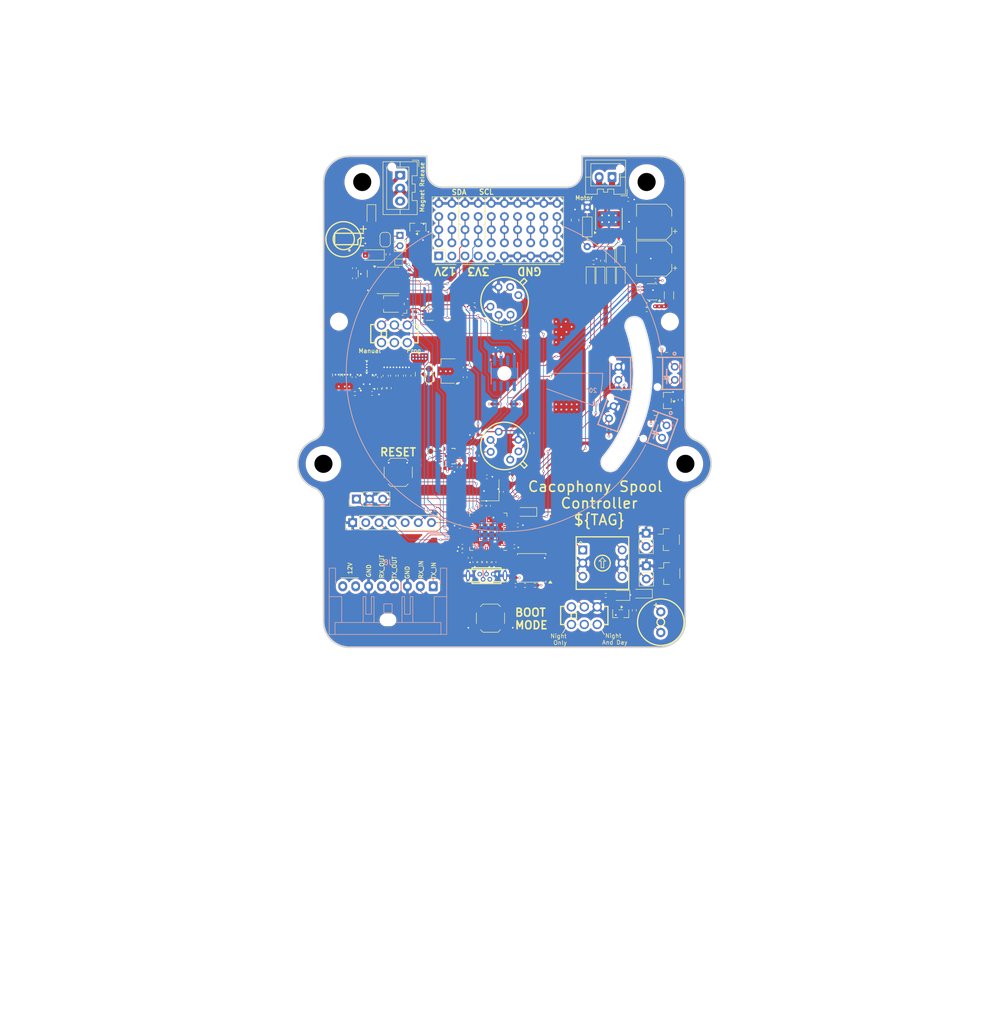
<source format=kicad_pcb>
(kicad_pcb (version 20241229) (generator "pcbnew") (generator_version "9.0")
  (layers (0 "F.Cu" signal "Front") (4 "In1.Cu" signal) (6 "In2.Cu" signal) (2 "B.Cu" signal "Back") (13 "F.Paste" user) (15 "B.Paste" user) (5 "F.SilkS" user "F.Silkscreen") (7 "B.SilkS" user "B.Silkscreen") (1 "F.Mask" user) (3 "B.Mask" user) (25 "Edge.Cuts" user))
  (net 0 "")
  (net 1 "+3V3")
  (net 2 "GND")
  (net 3 "PHOTO_CATHODE")
  (net 4 "EN_PHOTO")
  (net 5 "/PHOTO_1_ANODE")
  (net 6 "/3V3_PHY")
  (net 7 "Net-(U1-Vaux)")
  (net 8 "/3V3_L2")
  (net 9 "/3V3_L1")
  (net 10 "Net-(U1-FB)")
  (net 11 "Net-(U1-EN)")
  (net 12 "Net-(U1-PG)")
  (net 13 "/PHOTO_2_ANODE")
  (net 17 "Net-(M1--)")
  (net 18 "Net-(M1-+)")
  (net 19 "Net-(U6-ILIM)")
  (net 20 "PHOTO_HOME_OUT")
  (net 21 "PHOTO_RESET_OUT")
  (net 22 "+12V")
  (net 23 "+1V1")
  (net 24 "/USB_D+")
  (net 25 "/USB_D-")
  (net 26 "/SWCLK")
  (net 27 "/SWD")
  (net 28 "/USB_PHY_D+")
  (net 29 "/USB_PHY_D-")
  (net 30 "/QSPI_SS")
  (net 31 "/USB_BOOT")
  (net 32 "/RUN")
  (net 33 "/QSPI_SCLK")
  (net 34 "/QSPI_SD0")
  (net 35 "/QSPI_SD1")
  (net 36 "/QSPI_SD2")
  (net 37 "/QSPI_SD3")
  (net 38 "Net-(U8-XIN)")
  (net 39 "Net-(U8-XOUT)")
  (net 42 "SCL")
  (net 43 "SDA")
  (net 44 "H_IN1")
  (net 45 "H_IN2")
  (net 46 "+3V3_Lin")
  (net 47 "Net-(U9-OEN)")
  (net 48 "/PIR_SENS_POT_PROG")
  (net 49 "/PIR_SENS_POT_MANUAL")
  (net 50 "Net-(U9-ONTIME)")
  (net 51 "Net-(U9-REL)")
  (net 52 "PIR_1")
  (net 55 "PIR_SENS_POT")
  (net 59 "Net-(U12-REL)")
  (net 60 "Net-(U12-OEN)")
  (net 61 "Net-(U12-ONTIME)")
  (net 62 "Net-(BZ1--)")
  (net 63 "Net-(D1-A)")
  (net 64 "Net-(Q2-D)")
  (net 65 "BUZZER")
  (net 66 "PIR_2")
  (net 67 "LED_1_PHY")
  (net 68 "Net-(BT1-+)")
  (net 69 "/RTC_V_{DD}")
  (net 70 "Net-(U14-OSCI)")
  (net 71 "Net-(U14-OSCO)")
  (net 72 "RTC_BAT_SENSE")
  (net 73 "/RTC_BAT")
  (net 74 "SWITCH_1")
  (net 75 "SWITCH_2")
  (net 76 "R_ENC_2")
  (net 77 "R_ENC_4")
  (net 78 "R_ENC_1")
  (net 79 "R_ENC_8")
  (net 84 "NIGHT_ONLY")
  (net 86 "~{RTC_INT}")
  (net 87 "RP2040_RX_IN")
  (net 88 "RP2040_TX_OUT")
  (net 89 "RP2040_RX_OUT")
  (net 90 "RP2040_TX_IN")
  (net 91 "GPIO_27")
  (net 92 "GPIO_34")
  (net 93 "Net-(D4-A)")
  (net 94 "Net-(D10-K)")
  (net 95 "Net-(D6-A)")
  (net 96 "GPIO_21")
  (net 97 "GPIO_20")
  (net 98 "Net-(D101-A)")
  (net 99 "Net-(U102-A0)")
  (net 100 "Net-(U102-A1)")
  (net 101 "Net-(U102-IN+)")
  (net 102 "Net-(U102-IN-)")
  (net 103 "/h_bridge_vcc")
  (net 104 "Net-(U101-BYP)")
  (net 110 "Accel INT1")
  (net 111 "RELEASE")
  (net 113 "Net-(U101-INT2)")
  (footprint "Connector_JST:JST_XA_B02B-XASK-1-A_1x02_P2.50mm_Vertical" (layer "F.Cu") (at 20.82 -37.94 180)
    (property "Reference" "M1" (hide yes))
    (property "Value" "Motor_DC")
  )
  (footprint "Resistor_SMD:R_0402_1005Metric" (layer "F.Cu") (at -0.58 -8.68 180)
    (property "Reference" "R24" (hide yes))
    (property "Value" "1k")
  )
  (footprint "cacophony-library:MountingHole_3.5mm_M3" (layer "F.Cu") (at 27.500002 -37)
    (property "Reference" "H3" (hide yes))
    (property "Value" "MountingHole")
  )
  (footprint "cacophony-library:SW-TH_K3-2235D-F1" (layer "F.Cu") (at 15.45 46.86)
    (property "Reference" "SW5" (hide yes))
    (property "Value" "SW_Push_DPDT")
  )
  (footprint "Capacitor_SMD:C_0402_1005Metric" (layer "F.Cu") (at -8.7375 18.19 -90)
    (property "Reference" "C101" (hide yes))
    (property "Value" "100n")
  )
  (footprint "Capacitor_SMD:C_0603_1608Metric" (layer "F.Cu") (at -22.97 0.46 90)
    (property "Reference" "C5" (hide yes))
    (property "Value" "22uF")
  )
  (footprint "Capacitor_SMD:C_0402_1005Metric" (layer "F.Cu") (at 1.9225 33.5075)
    (property "Reference" "C16" (hide yes))
    (property "Value" "100n")
  )
  (footprint "Capacitor_SMD:C_0402_1005Metric" (layer "F.Cu") (at 23.95 -33.63)
    (property "Reference" "C33" (hide yes))
    (property "Value" "100n")
  )
  (footprint "Connector_PinHeader_2.54mm:PinHeader_1x02_P2.54mm_Vertical" (layer "F.Cu") (at 27.45 37.225)
    (property "Reference" "J3" (hide yes))
    (property "Value" "Switch_1")
  )
  (footprint "Capacitor_SMD:C_0402_1005Metric" (layer "F.Cu") (at -8.1375 34.3575 180)
    (property "Reference" "C19" (hide yes))
    (property "Value" "100n")
  )
  (footprint "Diode_SMD:D_SOD-323_HandSoldering" (layer "F.Cu") (at 20.6 -18.56 -90)
    (property "Reference" "D10" (hide yes))
    (property "Value" "D")
  )
  (footprint "Resistor_SMD:R_0402_1005Metric" (layer "F.Cu") (at 27.52 -13.2525)
    (property "Reference" "R102" (hide yes))
    (property "Value" "100k")
  )
  (footprint "cacophony-library:JST_SH_BM02B-SRSS-TB_1x02-1MP_P1.00mm_Vertical" (layer "F.Cu") (at 31.91 38.71 -90)
    (property "Reference" "J4" (hide yes))
    (property "Value" "Switch_1")
  )
  (footprint "Connector_PinHeader_2.54mm:PinHeader_1x02_P2.54mm_Vertical" (layer "F.Cu") (at 27.41 30.93)
    (property "Reference" "J5" (hide yes))
    (property "Value" "Switch_1")
  )
  (footprint "Resistor_SMD:R_0402_1005Metric" (layer "F.Cu") (at 19.6 42.96 180)
    (property "Reference" "R30" (hide yes))
    (property "Value" "1k")
  )
  (footprint "cacophony-library:MountingHole_3.5mm_M3" (layer "F.Cu") (at -34.999998 17.5)
    (property "Reference" "H2" (hide yes))
    (property "Value" "MountingHole")
  )
  (footprint "Resistor_SMD:R_0402_1005Metric" (layer "F.Cu") (at -22.535 -23.01 90)
    (property "Reference" "R32" (hide yes))
    (property "Value" "1k")
  )
  (footprint "Jumper:SolderJumper-2_P1.3mm_Bridged_RoundedPad1.0x1.5mm" (layer "F.Cu") (at -23.065 -25.86 -90)
    (property "Reference" "JP1" (hide yes))
    (property "Value" "SolderJumper_2_Bridged")
  )
  (footprint "Capacitor_SMD:C_0805_2012Metric" (layer "F.Cu") (at -32.5 0.33 90)
    (property "Reference" "C1" (hide yes))
    (property "Value" "22uF")
  )
  (footprint "Capacitor_SMD:C_0402_1005Metric" (layer "F.Cu") (at -5.58 11.93 180)
    (property "Reference" "C27" (hide yes))
    (property "Value" "100n")
  )
  (footprint "Resistor_SMD:R_0402_1005Metric" (layer "F.Cu") (at -3.8475 36.4975 -90)
    (property "Reference" "R16" (hide yes))
    (property "Value" "33ohm")
  )
  (footprint "Capacitor_SMD:C_0402_1005Metric" (layer "F.Cu") (at -3.0675 25.6075 90)
    (property "Reference" "C17" (hide yes))
    (property "Value" "100n")
  )
  (footprint "Capacitor_SMD:C_0402_1005Metric" (layer "F.Cu") (at -24.17 0.74 90)
    (property "Reference" "C4" (hide yes))
    (property "Value" "10uF")
  )
  (footprint "Capacitor_SMD:C_0402_1005Metric" (layer "F.Cu") (at -1.21 -4.25 180)
    (property "Reference" "C10" (hide yes))
    (property "Value" "10uF")
  )
  (footprint "cacophony-library:JST_SH_BM02B-SRSS-TB_1x02-1MP_P1.00mm_Vertical" (layer "F.Cu") (at 31.83 32.155 -90)
    (property "Reference" "J6" (hide yes))
    (property "Value" "Switch_2")
  )
  (footprint "Capacitor_SMD:C_0402_1005Metric" (layer "F.Cu") (at -7.8175 17.34 -90)
    (property "Reference" "C102" (hide yes))
    (property "Value" "100n")
  )
  (footprint "Capacitor_SMD:C_0402_1005Metric" (layer "F.Cu") (at -29.005 -18.38 90)
    (property "Reference" "C32" (hide yes))
    (property "Value" "22pF")
  )
  (footprint "cacophony-library:test-point-2p" (layer "F.Cu") (at -14.58 0.1475 90)
    (property "Reference" "TP1" (hide yes))
    (property "Value" "TestPoint_2Pole")
  )
  (footprint "Resistor_SMD:R_0402_1005Metric" (layer "F.Cu") (at 17.25 -21.47)
    (property "Reference" "R12" (hide yes))
    (property "Value" "100k")
  )
  (footprint "Connector_PinHeader_2.54mm:PinHeader_1x07_P2.54mm_Vertical" (layer "F.Cu") (at -29.35 28.87 90)
    (property "Reference" "J14" (hide yes))
    (property "Value" "Conn_01x07")
  )
  (footprint "Capacitor_SMD:C_0402_1005Metric" (layer "F.Cu") (at -3.9875 25.6075 90)
    (property "Reference" "C12" (hide yes))
    (property "Value" "100n")
  )
  (footprint "Resistor_SMD:R_0402_1005Metric" (layer "F.Cu") (at -1.86 5.93)
    (property "Reference" "R20" (hide yes))
    (property "Value" "10k")
  )
  (footprint "Resistor_SMD:R_0402_1005Metric" (layer "F.Cu") (at -24.16 2.99 -90)
    (property "Reference" "R3" (hide yes))
    (property "Value" "150k")
  )
  (footprint "Capacitor_SMD:C_0402_1005Metric" (layer "F.Cu") (at -7.58 -1.13 -90)
    (property "Reference" "C26" (hide yes))
    (property "Value" "1uF")
  )
  (footprint "Package_SO:SOIC-8_5.3x5.3mm_P1.27mm" (layer "F.Cu") (at 5.2825 37.6175 180)
    (property "Reference" "U7" (hide yes))
    (property "Value" "W25Q128JVS")
  )
  (footprint "Resistor_SMD:R_0402_1005Metric" (layer "F.Cu") (at 5.9 40.99 180)
    (property "Reference" "R18" (hide yes))
    (property "Value" "DNF")
  )
  (footprint "Crystal:Crystal_SMD_3215-2Pin_3.2x1.5mm" (layer "F.Cu") (at -27.395 -19.27 -90)
    (property "Reference" "Y2" (hide yes))
    (property "Value" "Crystal")
  )
  (footprint "Button_Switch_SMD:SW_SPST_SKQG_WithStem" (layer "F.Cu") (at -2.7 47.35 180)
    (property "Reference" "SW1" (hide yes))
    (property "Value" "USB_BOOT")
  )
  (footprint "cacophony-library:TP_PAD" (layer "F.Cu") (at -14.27 15.07)
    (property "Reference" "TP101" (hide yes))
    (property "Value" "TestPoint")
  )
  (footprint "Resistor_SMD:R_0402_1005Metric" (layer "F.Cu") (at 1.8 5.93 180)
    (property "Reference" "R21" (hide yes))
    (property "Value" "10k")
  )
  (footprint "Package_SO:SOIC-8_3.9x4.9mm_P1.27mm" (layer "F.Cu") (at -22.505 -17.975)
    (property "Reference" "U14" (hide yes))
    (property "Value" "PCF8563T")
  )
  (footprint "Resistor_SMD:R_0402_1005Metric" (layer "F.Cu") (at 25.11 45.82 -90)
    (property "Reference" "R31" (hide yes))
    (property "Value" "100R")
  )
  (footprint "Diode_SMD:D_SOD-323_HandSoldering" (layer "F.Cu") (at -25.72 -30.6175 -90)
    (property "Reference" "D101" (hide yes))
    (property "Value" "D")
  )
  (footprint "cacophony-library:RP2040-QFN-56" (layer "F.Cu") (at -3.1075 30.6375 180)
    (property "Reference" "U8" (hide yes))
    (property "Value" "RP2040")
  )
  (footprint "Capacitor_SMD:C_0805_2012Metric" (layer "F.Cu") (at -30.54 0.33 90)
    (property "Reference" "C2" (hide yes))
    (property "Value" "22uF")
  )
  (footprint "Package_TO_SOT_SMD:SOT-89-3" (layer "F.Cu") (at -10.9 -0.45 180)
    (property "Reference" "U10" (hide yes))
    (property "Value" "HT75xx-1-SOT89")
  )
  (footprint "Resistor_SMD:R_0402_1005Metric" (layer "F.Cu") (at 27.52 -12.3125)
    (property "Reference" "R101" (hide yes))
    (property "Value" "100k")
  )
  (footprint "Resistor_SMD:R_0402_1005Metric" (layer "F.Cu") (at 22.65 2.97 180)
    (property "Reference" "R6" (hide yes))
    (property "Value" "10k")
  )
  (footprint "Diode_SMD:D_SOD-523" (layer "F.Cu") (at -19.9525 -21.5)
    (property "Reference" "D3" (hide yes))
    (property "Value" "D")
  )
  (footprint "Diode_SMD:D_SOD-323_HandSoldering" (layer "F.Cu") (at 22.52 -22.67 -90)
    (property "Reference" "D5" (hide yes))
    (property "Value" "D")
  )
  (footprint "Capacitor_SMD:CP_Elec_6.3x7.7" (layer "F.Cu") (at 28.96 -29.3 180)
    (property "Reference" "C35" (hide yes))
    (property "Value" "100uF")
  )
  (footprint "Connector_JST:JST_XA_B03B-XASK-1-A_1x03_P2.50mm_Vertical" (layer "F.Cu") (at -20.17 -38.31 -90)
    (property "Reference" "L101" (hide yes))
    (property "Value" "ElectromagneticActor")
  )
  (footprint "Package_TO_SOT_SMD:SOT-23-8" (layer "F.Cu") (at 28.57 -15.7625 180)
    (property "Reference" "U102" (hide yes))
    (property "Value" "INA219AxDCN")
  )
  (footprint "Package_TO_SOT_SMD:SOT-23" (layer "F.Cu") (at 22.5 46.49 -90)
    (property "Reference" "Q2" (hide yes))
    (property "Value" "2N7002")
  )
  (footprint "Resistor_SMD:R_0402_1005Metric" (layer "F.Cu") (at 18.99 -21.79 -90)
    (property "Reference" "R10" (hide yes))
    (property "Value" "100k")
  )
  (footprint "Capacitor_SMD:C_0402_1005Metric" (layer "F.Cu") (at -8.6375 29.6275 180)
    (property "Reference" "C14" (hide yes))
    (property "Value" "100n")
  )
  (footprint "Capacitor_SMD:C_0402_1005Metric" (layer "F.Cu") (at -17.71 -11.92)
    (property "Reference" "C28" (hide yes))
    (property "Value" "100n")
  )
  (footprint "Connector_PinHeader_2.00mm:PinHeader_1x02_P2.00mm_Vertical" (layer "F.Cu") (at -20.205 -26.67)
    (property "Reference" "J7" (hide yes))
    (property "Value" "Conn_01x02")
  )
  (footprint "Capacitor_SMD:C_0402_1005Metric" (layer "F.Cu") (at -0.55 22.91 -90)
    (property "Reference" "C23" (hide yes))
    (property "Value" "12pF")
  )
  (footprint "Resistor_SMD:R_0402_1005Metric" (layer "F.Cu") (at 33.99 5.15 90)
    (property "Reference" "R14" (hide yes))
    (property "Value" "100k")
  )
  (footprint "Capacitor_SMD:C_0402_1005Metric" (layer "F.Cu") (at -2.9175 36.5175 -90)
    (property "Reference" "C18" (hide yes))
    (property "Value" "100n")
  )
  (footprint "Capacitor_SMD:C_0603_1608Metric" (layer "F.Cu") (at -21.51 0.46 90)
    (property "Reference" "C6" (hide yes))
    (property "Value" "22uF")
  )
  (footprint "Capacitor_SMD:C_0402_1005Metric" (layer "F.Cu") (at -29.005 -20.35 -90)
    (property "Reference" "C31" (hide yes))
    (property "Value" "22pF")
  )
  (footprint "cacophony-library:SENSORM-TH_BS612" (layer "F.Cu") (at 0 14 -45)
    (property "Reference" "U9" (hide yes))
    (property "Value" "BS612")
  )
  (footprint "Resistor_THT:R_Axial_DIN0204_L3.6mm_D1.6mm_P7.62mm_Horizontal" (layer "F.Cu") (at 16.02 -24.51 90)
    (property "Reference" "R15" (hide yes))
    (property "Value" "47k")
  )
  (footprint "Resistor_SMD:R_0402_1005Metric" (layer "F.Cu") (at -5.32 15.91 90)
    (property "Reference" "R25" (hide yes))
    (property "Value" "10k")
  )
  (footprint "Crystal:Crystal_SMD_3225-4Pin_3.2x2.5mm" (layer "F.Cu") (at -2.7575 22.5875 90)
    (property "Reference" "Y1" (hide yes))
    (property "Value" "Crystal_GND24")
  )
  (footprint "Diode_SMD:D_SOD-323_HandSoldering" (layer "F.Cu") (at 26.6 42.61 180)
    (property "Reference" "D11" (hide yes))
    (property "Value" "D")
  )
  (footprint "Resistor_SMD:R_0402_1005Metric" (layer "F.Cu") (at 5.33 11.58 -90)
    (property "Reference" "R22" (hide yes))
    (property "Value" "10k")
  )
  (footprint "Capacitor_SMD:C_0402_1005Metric" (layer "F.Cu") (at -11.9475 18.38 180)
    (property "Reference" "C105" (hide yes))
    (property "Value" "2.2uF")
  )
  (footprint "Capacitor_SMD:C_0402_1005Metric" (layer "F.Cu") (at -8.1375 33.4375 180)
    (property "Reference" "C15" (hide yes))
    (property "Value" "100n")
  )
  (footprint "Package_TO_SOT_SMD:Texas_R-PDSO-G6" (layer "F.Cu") (at -14.43 -11.4)
    (property "Reference" "U11" (hide yes))
    (property "Value" "TPL0401B-10-Q1")
  )
  (footprint "Button_Switch_SMD:SW_SPST_SKQG_WithStem" (layer "F.Cu") (at -20.54 19.14)
    (property "Reference" "SW2" (hide yes))
    (property "Value" "RESET")
  )
  (footprint "cacophony-library:TPS63070" (layer "F.Cu") (at -26.635 1.73 90)
    (property "Reference" "U1" (hide yes))
    (property "Value" "TPS63070RNMR")
  )
  (footprint "Resistor_SMD:R_0603_1608Metric" (layer "F.Cu") (at 29.18 8.67)
    (property "Reference" "R105" (hide yes))
    (property "Value" "150Ω")
  )
  (footprint "cacophony-library:SW-TH_K3-2235D-F1" (layer "F.Cu") (at -21.28 -7.64)
    (property "Reference" "SW3" (hide yes))
    (property "Value" "SW_Push_DPDT")
  )
  (footprint "Resistor_SMD:R_0402_1005Metric" (layer "F.Cu") (at -23.22 2.87 -90)
    (property "Reference" "R1" (hide yes))
    (property "Value" "470k")
  )
  (footprint "Diode_SMD:D_SOD-323_HandSoldering" (layer "F.Cu") (at 4.25 26.8 180)
    (property "Reference" "D6" (hide yes))
    (property "Value" "D")
  )
  (footprint "Resistor_SMD:R_0402_1005Metric" (layer "F.Cu") (at 2.06 -8.83 180)
    (property "Reference" "R29" (hide yes))
    (property "Value" "10k")
  )
  (footprint "Capacitor_SMD:C_0402_1005Metric" (layer "F.Cu") (at -3.4 20.02 180)
    (property "Reference" "C24" (hide yes))
    (property "Value" "12pF")
  )
  (footprint "cacophony-library:MountingHole_3.5mm_M3" (layer "F.Cu") (at 35.000002 17.5)
    (property "Reference" "H1" (hide yes))
    (property "Value" "MountingHole")
  )
  (footprint "Inductor_SMD:L_0805_2012Metric" (layer "F.Cu") (at -16.66 0.1675 90)
    (property "Reference" "FB1" (hide yes))
    (property "Value" "FerriteBead")
  )
  (footprint "Capacitor_SMD:C_0402_1005Metric" (layer "F.Cu") (at -18.335 -19.54 -90)
    (property "Reference" "C30" (hide yes))
    (property "Value" "1uF")
  )
  (footprint "Resistor_SMD:R_0402_1005Metric" (layer "F.Cu") (at -22.28 2.87 -90)
    (property "Reference" "R4" (hide yes))
    (property "Value" "100k")
  )
  (footprint "cacophony-library:Texas_HTSOP-8-1EP_3.9x4.9mm_P1.27mm_EP2.95x4.9mm_Mask2.4x3.1mm_ThermalVias" (layer "F.Cu") (at 20.205 -29.885 90)
    (property "Reference" "U6" (hide yes))
    (property "Value" "DRV8871DDA")
  )
  (footprint "Capacitor_SMD:C_0603_1608Metric" (layer "F.Cu") (at -18.59 0.45 90)
    (property "Reference" "C8" (hide yes))
    (property "Value" "22uF")
  )
  (footprint "cacophony-library:CAP-SMD_FL11E" (layer "F.Cu") (at -26.045 -25.93)
    (property "Reference" "BT1" (hide yes))
    (property "Value" "Battery_Cell")
  )
  (footprint "Resistor_SMD:R_0402_1005Metric" (layer "F.Cu") (at -17.66 -10.87 180)
    (property "Reference" "R27" (hide yes))
    (property "Value" "10k")
  )
  (footprint "cacophony-library:QFN-16_L3.0-W3.0-P0.50-TL_FXOS8700CQR1" (layer "F.Cu") (at -11.0475 16.01 180)
    (property "Reference" "U101" (hide yes))
    (property "Value" "MMA8451QR1")
  )
  (footprint "Resistor_SMD:R_0402_1005Metric" (layer "F.Cu") (at -19.68 -10.86)
    (property "Reference" "R23" (hide yes))
    (property "Value" "10k")
  )
  (footprint "Diode_SMD:D_SOD-123F" (layer "F.Cu") (at -25.4375 -22.89 180)
    (property "Reference" "D2" (hide yes))
    (property "Value" "D")
  )
  (footprint "Capacitor_SMD:C_0402_1005Metric" (layer "F.Cu") (at 2.5925 29.3675)
    (property "Reference" "C13" (hide yes))
    (property "Value" "100n")
  )
  (footprint "cacophony-library:3.0mm_key_hole" (layer "F.Cu") (at -32 -10)
    (property "Reference" "H5" (hide yes))
    (property "Value" "MountingHole")
  )
  (footprint "Capacitor_SMD:C_0402_1005Metric" (layer "F.Cu") (at 29.23 -17.96 180)
    (property "Reference" "C104" (hide yes))
    (property "Value" "100n")
  )
  (footprint "cacophony-library:MountingHole_3.5mm_M3" (layer "F.Cu") (at -27.499998 -37)
    (property "Reference" "H4" (hide yes))
    (property "Value" "MountingHole")
  )
  (footprint "Resistor_SMD:R_0402_1005Metric" (layer "F.Cu") (at -28.925 3.905)
    (property "Reference" "R2" (hide yes))
    (property "Value" "10k")
  )
  (footprint "LED_SMD:LED_0805_2012Metric" (layer "F.Cu") (at 22.57 42.95 180)
    (property "Reference" "D1" (hide yes))
    (property "Value" "LED")
  )
  (footprint "Package_TO_SOT_SMD:SOT-23" (layer "F.Cu") (at -16.73 -28.27 90)
    (property "Reference" "Q101" (hide yes))
    (property "Value" "Q_NMOS_GSD")
  )
  (footprint "cacophony-library:MICRO-USB-TH_MICRO-USB-A14" (layer "F.Cu") (at -3.4675 39.3275)
    (property "Reference" "J1" (hide yes))
    (property "Value" "USB_B_Micro")
  )
  (footprint "Diode_SMD:D_SOD-323_HandSoldering" (layer "F.Cu") (at 22.51 -18.56 -90)
    (property "Reference" "D9" (hide yes))
    (property "Value" "D")
  )
  (footprint "Capacitor_SMD:C_0402_1005Metric" (layer "F.Cu") (at -25.605 3.895)
    (property "Reference" "C9" (hide yes))
    (property "Value" "100nF")
  )
  (footprint "cacophony-library:BUZ-TH_BD9.0-P4.00-D0.6-FD" (layer "F.Cu") (at 30.24 48.12 -90)
    (property "Reference" "BZ1" (hide yes))
    (property "Value" "Buzzer")
  )
  (footprint "Capacitor_SMD:C_0402_1005Metric" (layer "F.Cu") (at -10.1275 18.38)
    (property "Reference" "C103" (hide yes))
    (property "Value" "2.2uF")
  )
  (footprint "Capacitor_SMD:C_0402_1005Metric" (layer "F.Cu") (at 2.16 40.98)
    (property "Reference" "C22" (hide yes))
    (property "Value" "100n")
  )
  (footprint "Diode_SMD:D_SOD-323_HandSoldering" (layer "F.Cu") (at 20.51 -22.6475 -90)
    (property "Reference" "D4" (hide yes))
    (property "Value" "D")
  )
  (footprint "Diode_SMD:D_SOD-323_HandSoldering" (layer "F.Cu") (at 18.57 -18.56 -90)
    (property "Reference" "D7" (hide yes))
    (property "Value" "D")
  )
  (footprint "cacophony-library:R_1206_Shunt" (layer "F.Cu") (at 31.83 -15.0825 -90)
    (property "Reference" "R103" (hide yes))
    (property "Value" "100mΩ")
  )
  (footprint "Inductor_SMD:L_1008_2520Metric" (layer "F.Cu") (at -26.64 -1.37)
    (property "Reference" "L1" (hide yes))
    (property "Value" "1.5H")
  )
  (footprint "Package_TO_SOT_SMD:SOT-23" (layer "F.Cu") (at 31.51 5.26 180)
    (property "Reference" "Q1" (hide yes))
    (property "Value" "AO3400A")
  )
  (footprint "Diode_SMD:D_SOD-323_HandSoldering" (layer "F.Cu") (at 16.66 -18.5675 -90)
    (property "Reference" "D8" (hide yes))
    (property "Value" "D")
  )
  (footprint "Capacitor_SMD:C_0402_1005Metric" (layer "F.Cu") (at -6.6375 35.6675 -90)
    (property "Reference" "C21" (hide yes))
    (property "Value" "1uF")
  )
  (footprint "Capacitor_SMD:C_0402_1005Metric" (layer "F.Cu") (at -7.59 0.75 -90)
    (property "Reference" "C25" (hide yes))
    (property "Value" "1uF")
  )
  (footprint "Capacitor_SMD:C_0402_1005Metric" (layer "F.Cu") (at -5.7175 36.5175 -90)
    (property "Reference" "C20" (hide yes))
    (property "Value" "1uF")
  )
  (footprint "Resistor_SMD:R_0402_1005Metric" (layer "F.Cu") (at -5.77 -13.26)
    (property "Reference" "R28" (hide yes))
    (property "Value" "10k")
  )
  (footprint "Resistor_SMD:R_0805_2012Metric_Pad1.20x1.40mm_HandSolder" (layer "F.Cu") (at 13.67 -29.63 90)
    (property "Reference" "R33" (hide yes))
    (property "Value" "33k")
  )
  (footprint "cacophony-library:SW-TH_6P-L10.0-W10.0-P2.54-LS7.6_TSR-10" (layer "F.Cu") (at 18.96 36.7)
    (property "Reference" "SW4" (hide yes))
    (property "Value" "SW_Coded_SH-7010")
  )
  (footprint "Resistor_SMD:R_0402_1005Metric" (layer "F.Cu") (at 20.2 10.9 90)
    (property "Reference" "R7" (hide yes))
    (property "Value" "10k")
  )
  (footprint "cacophony-library:SENSORM-TH_BS612" (layer "F.Cu") (at 0 -14 45)
    (property "Reference" "U12" (hide yes))
    (property "Value" "BS612")
  )
  (footprint "Resistor_SMD:R_0603_1608Metric" (layer "F.Cu") (at 31.375 -3.525)
    (property "Reference" "R104" (hide yes))
    (property "Value" "150Ω")
  )
  (footprint "Capacitor_SMD:CP_Elec_6.3x7.7" (layer "F.Cu") (at 28.96 -22.2 180)
    (property "Reference" "C34" (hide yes))
    (property "Value" "100uF")
  )
  (footprint "Resistor_SMD:R_0402_1005Metric" (layer "F.Cu") (at 1.03 19.54 180)
    (property "Reference" "R26" (hide yes))
    (property "Value" "1k")
  )
  (footprint "Capacitor_SMD:C_0402_1005Metric" (layer "F.Cu") (at -29.1 0.74 90)
    (property "Reference" "C3" (hide yes))
    (property "Value" "2.2uF")
  )
  (footprint "Connector_PinHeader_2.54mm:PinHeader_1x03_P2.54mm_Vertical" (layer "F.Cu") (at -28.62 24.32 90)
    (property "Reference" "J2" (hide yes))
    (property "Value" "SWD")
  )
  (footprint "Resistor_SMD:R_0402_1005Metric" (layer "F.Cu") (at 4 41 180)
    (property "Reference" "R19" (hide yes))
    (property "Value" "1k")
  )
  (footprint "Resistor_SMD:R_0402_1005Metric" (layer "F.Cu") (at -4.7875 36.4975 -90)
    (property "Reference" "R17" (hide yes))
    (property "Value" "33ohm")
  )
  (footprint "Capacitor_SMD:C_0402_1005Metric" (layer "F.Cu") (at -5.58 -12.27 180)
    (property "Reference" "C29" (hide yes))
    (property "Value" "100n")
  )
  (footprint "cacophony-library:test-headers" (layer "F.Cu") (at -12.7 -22.7 90)
    (property "Reference" "J13" (hide yes))
    (property "Value" "Conn_02x10_Counter_Clockwise")
  )
  (footprint "Capacitor_SMD:C_0402_1005Metric" (layer "F.Cu") (at -1.9975 36.5175 -90)
    (property "Reference" "C11" (hide yes))
    (property "Value" "100n")
  )
  (footprint "cacophony-library:3.0mm_key_hole" (layer "F.Cu") (at 32 -10)
    (property "Reference" "H6" (hide yes))
    (property "Value" "MountingHole")
  )
  (footprint "Capacitor_SMD:C_0603_1608Metric" (layer "F.Cu") (at -20.05 0.45 90)
    (property "Reference" "C7" (hide yes))
    (property "Value" "22uF")
  )
  (footprint "Potentiometer_SMD:Potentiometer_Bourns_TC33X_Vertical" (layer "F.Cu") (at -21.48 -13.41 180)
    (property "Reference" "RV1" (hide yes))
    (property "Value" "10k")
  )
  (footprint "Connector_JST:JST_XA_S08B-XASK-1_1x08_P2.50mm_Horizontal" (layer "B.Cu") (at -13.77 41.18 180)
    (property "Reference" "J8")
    (property "Value" "Conn_01x08")
  )
  (footprint "cacophony-library:OPTO-TH_DY-ITR8402" (layer "B.Cu") (at 25.8 9.4 -20)
    (property "Reference" "U103" (hide yes))
    (property "Value" "DY-ITR8402")
  )
  (footprint "Package_SO:SOIC-8_3.9x4.9mm_P1.27mm" (layer "B.Cu") (at 0 0 -90)
    (property "Reference" "U3" (hide yes))
    (property "Value" "AS5600-ASOT")
  )
  (footprint "cacophony-library:OPTO-TH_DY-ITR8402" (layer "B.Cu") (at 27.5 0)
    (property "Reference" "U104" (hide yes))
    (property "Value" "DY-ITR8402")
  )
  (gr_line (start -3.725 -33.94) (end -3.725 -29.015) (stroke (width 0.1524)) (layer "F.SilkS"))
  (gr_line (start 19.32 50.505) (end 18.68 49.44) (stroke (width 0.1524)) (layer "F.SilkS"))
  (gr_line (start -8.85 -33.93) (end -8.85 -29.04) (stroke (width 0.1524)) (layer "F.SilkS"))
  (gr_line (start -13.34 -21.04) (end -9.34 -21.04) (stroke (width 0.1524)) (layer "F.SilkS"))
  (gr_line (start -31.62 39.57) (end -28.24 39.57) (stroke (width 0.1524)) (layer "F.SilkS"))
  (gr_line (start -8.24 -21.04) (end -1.94 -21.04) (stroke (width 0.1524)) (layer "F.SilkS"))
  (gr_line (start -8.845 -31.535) (end -8.435 -31.085) (stroke (width 0.1524)) (layer "F.SilkS"))
  (gr_line (start -0.35 -21.04) (end 10.75 -21.04) (stroke (width 0.1524)) (layer "F.SilkS"))
  (gr_line (start -8.85 -26.17) (end -8.56 -25.88) (stroke (width 0.1524)) (layer "F.SilkS"))
  (gr_line (start -8.85 -29.04) (end -8.44 -28.59) (stroke (width 0.1524)) (layer "F.SilkS"))
  (gr_line (start -3.725 -29.015) (end -4.135 -28.565) (stroke (width 0.1524)) (layer "F.SilkS"))
  (gr_line (start -8.85 -29.04) (end -8.85 -26.17) (stroke (width 0.1524)) (layer "F.SilkS"))
  (gr_line (start 11.275 50.205) (end 11.91 49.19) (stroke (width 0.1524)) (layer "F.SilkS"))
  (gr_line (start -3.725 -26.145) (end -4.015 -25.855) (stroke (width 0.1524)) (layer "F.SilkS"))
  (gr_line (start -3.725 -29.015) (end -3.725 -26.145) (stroke (width 0.1524)) (layer "F.SilkS"))
  (gr_line (start -3.73 -31.51) (end -4.14 -31.06) (stroke (width 0.1524)) (layer "F.SilkS"))
  (gr_line (start 17.858986 6.485107) (end 8.2 3) (stroke (width 0.1524)) (layer "B.SilkS"))
  (gr_line (start 19 0) (end 8.731552 0) (stroke (width 0.1524)) (layer "B.SilkS"))
  (gr_arc (start 11.188963 -28.480994) (mid 24.266534 -18.641224) (end 30.402711 -3.469168) (stroke (width 0.1524)) (layer "B.SilkS"))
  (gr_arc (start 27.321336 13.780586) (mid -21.515963 21.758292) (end -14.085702 -27.165289) (stroke (width 0.1524)) (layer "B.SilkS"))
  (gr_arc (start 19 0) (mid 18.712572 3.29236) (end 17.858986 6.485107) (stroke (width 0.1524)) (layer "B.SilkS"))
  (gr_arc (start 23.492316 -8.550504) (mid 24.620194 -4.341205) (end 25 0) (stroke (width 0.1)) (layer "Edge.Cuts"))
  (gr_arc (start -36.875 22.135124) (mid -35.512532 23.239147) (end -35 24.916199) (stroke (width 0.25)) (layer "Edge.Cuts"))
  (gr_line (start -35 -37) (end -35 10.083803) (stroke (width 0.25)) (layer "Edge.Cuts"))
  (gr_arc (start -35 10.083803) (mid -35.512531 11.760853) (end -36.875 12.864876) (stroke (width 0.25)) (layer "Edge.Cuts"))
  (gr_circle (center 0 0) (end 1.2 0) (stroke (width 0.0381)) (fill no) (layer "Edge.Cuts"))
  (gr_arc (start 23.492316 -8.550504) (mid 24.538244 -10.793504) (end 26.78124 -9.747574) (stroke (width 0.1)) (layer "Edge.Cuts"))
  (gr_arc (start 28.5 0) (mid 26.78124 9.747574) (end 21.832267 18.319447) (stroke (width 0.1)) (layer "Edge.Cuts"))
  (gr_arc (start 21.832267 18.319447) (mid 19.366813 18.535147) (end 19.151111 16.06969) (stroke (width 0.1)) (layer "Edge.Cuts"))
  (gr_arc (start 15 -39) (mid 14.12132 -36.87868) (end 12 -36) (stroke (width 0.25)) (layer "Edge.Cuts"))
  (gr_line (start 30 53) (end -30 53) (stroke (width 0.25)) (layer "Edge.Cuts"))
  (gr_line (start 35 10.0838) (end 35 -37) (stroke (width 0.25)) (layer "Edge.Cuts"))
  (gr_arc (start -35 -37) (mid -33.535534 -40.535534) (end -30.000001 -42) (stroke (width 0.25)) (layer "Edge.Cuts"))
  (gr_arc (start 26.78124 -9.747574) (mid 28.067021 -4.948973) (end 28.5 0) (stroke (width 0.1)) (layer "Edge.Cuts"))
  (gr_line (start 35 48) (end 35 24.9162) (stroke (width 0.25)) (layer "Edge.Cuts"))
  (gr_arc (start -30 53) (mid -33.535534 51.535534) (end -35 48.000001) (stroke (width 0.25)) (layer "Edge.Cuts"))
  (gr_line (start 12 -36) (end -11.999999 -36) (stroke (width 0.25)) (layer "Edge.Cuts"))
  (gr_arc (start 25 0) (mid 23.492316 8.550504) (end 19.151111 16.06969) (stroke (width 0.1)) (layer "Edge.Cuts"))
  (gr_line (start -30.000001 -42) (end -15 -42) (stroke (width 0.25)) (layer "Edge.Cuts"))
  (gr_arc (start -36.875 22.135124) (mid -40 17.5) (end -36.875 12.864876) (stroke (width 0.25)) (layer "Edge.Cuts"))
  (gr_line (start 15 -39) (end 15 -42) (stroke (width 0.25)) (layer "Edge.Cuts"))
  (gr_arc (start -11.999999 -36) (mid -14.12132 -36.87868) (end -15 -39.000001) (stroke (width 0.25)) (layer "Edge.Cuts"))
  (gr_arc (start 36.875 12.864876) (mid 35.512531 11.760853) (end 35 10.0838) (stroke (width 0.25)) (layer "Edge.Cuts"))
  (gr_arc (start 36.875 12.864876) (mid 40 17.5) (end 36.875 22.135124) (stroke (width 0.25)) (layer "Edge.Cuts"))
  (gr_arc (start 35 48) (mid 33.535534 51.535534) (end 30 53) (stroke (width 0.25)) (layer "Edge.Cuts"))
  (gr_arc (start 35 24.9162) (mid 35.512532 23.239148) (end 36.875 22.135124) (stroke (width 0.25)) (layer "Edge.Cuts"))
  (gr_line (start -15 -42) (end -15 -39.000001) (stroke (width 0.25)) (layer "Edge.Cuts"))
  (gr_line (start -35 24.916199) (end -35 48.000001) (stroke (width 0.25)) (layer "Edge.Cuts"))
  (gr_arc (start 30 -42) (mid 33.535534 -40.535534) (end 35 -37) (stroke (width 0.25)) (layer "Edge.Cuts"))
  (gr_line (start 15 -42) (end 30 -42) (stroke (width 0.25)) (layer "Edge.Cuts"))
  (gr_text "TX_IN" (at -13.2 39.88 90) (layer "F.SilkS") (effects (font (size 0.8128 0.8128) (thickness 0.1524) (bold yes)) (justify left bottom)))
  (gr_text "GND" (at -18.3 39.85 90) (layer "F.SilkS") (effects (font (size 0.8128 0.8128) (thickness 0.1524) (bold yes)) (justify left bottom)))
  (gr_text "Magnet Release" (at -15.44 -31.09 90) (layer "F.SilkS") (effects (font (size 0.8128 0.8128) (thickness 0.1524) (bold yes)) (justify left bottom)))
  (gr_text "RESET" (at -24.22 16.14 0) (layer "F.SilkS") (effects (font (size 1.524 1.524) (thickness 0.3048) (bold yes)) (justify left bottom)))
  (gr_text "BOOT\nMODE" (at 1.89 49.6 0) (layer "F.SilkS") (effects (font (size 1.524 1.524) (thickness 0.3048) (bold yes)) (justify left bottom)))
  (gr_text "SDA" (at -10.3 -34.44 0) (layer "F.SilkS") (effects (font (size 1 1) (thickness 0.2) (bold yes)) (justify left bottom)))
  (gr_text "RX_OUT" (at -23.23 39.71 90) (layer "F.SilkS") (effects (font (size 0.8128 0.8128) (thickness 0.1524) (bold yes)) (justify left bottom)))
  (gr_text "12V" (at -29.38 38.95 90) (layer "F.SilkS") (effects (font (size 0.8128 0.8128) (thickness 0.1524) (bold yes)) (justify left bottom)))
  (gr_text "GND" (at 7.36 -20.64 180) (layer "F.SilkS") (effects (font (size 1.524 1.524) (thickness 0.3048) (bold yes)) (justify left bottom)))
  (gr_text "Motor" (at 13.61 -33.45 0) (layer "F.SilkS") (effects (font (size 0.8128 0.8128) (thickness 0.1524) (bold yes)) (justify left bottom)))
  (gr_text "Prog" (at -19.01 -3.91 0) (layer "F.SilkS") (effects (font (size 0.8128 0.8128) (thickness 0.1524) (bold yes)) (justify left bottom)))
  (gr_text "Night \nOnly\n" (at 10.775 52.565 0) (layer "F.SilkS") (effects (font (size 0.8 0.8) (thickness 0.12) (bold yes)) (justify bottom)))
  (gr_text "12V" (at -9.14 -20.64 180) (layer "F.SilkS") (effects (font (size 1.524 1.524) (thickness 0.3048) (bold yes)) (justify left bottom)))
  (gr_text "3V3" (at -2.74 -20.64 180) (layer "F.SilkS") (effects (font (size 1.524 1.524) (thickness 0.3048) (bold yes)) (justify left bottom)))
  (gr_text "Cacophony Spool \nController\n${TAG}" (at 18.33 29.52 0) (layer "F.SilkS") (effects (font (size 2 2) (thickness 0.3)) (justify bottom)))
  (gr_text "TX_OUT" (at -20.79 39.82 90) (layer "F.SilkS") (effects (font (size 0.8128 0.8128) (thickness 0.1524) (bold yes)) (justify left bottom)))
  (gr_text "Night \nAnd Day" (at 21.36 52.51 0) (layer "F.SilkS") (effects (font (size 0.8 0.8) (thickness 0.12) (bold yes)) (justify bottom)))
  (gr_text "SCL" (at -5.01 -34.49 0) (layer "F.SilkS") (effects (font (size 1 1) (thickness 0.2) (bold yes)) (justify left bottom)))
  (gr_text "RX_IN" (at -15.64 39.77 90) (layer "F.SilkS") (effects (font (size 0.8128 0.8128) (thickness 0.1524) (bold yes)) (justify left bottom)))
  (gr_text "GND" (at -25.75 39.54 90) (layer "F.SilkS") (effects (font (size 0.8128 0.8128) (thickness 0.1524) (bold yes)) (justify left bottom)))
  (gr_text "Manual" (at -28.29 -3.86 0) (layer "F.SilkS") (effects (font (size 0.8128 0.8128) (thickness 0.1524) (bold yes)) (justify left bottom)))
  (gr_text "20°" (at 18 3.8 0) (layer "B.SilkS") (effects (font (size 0.8128 0.8128) (thickness 0.1524) (bold yes)) (justify left bottom mirror)))
  (segment (start 29.7075 -17.9575) (end 29.71 -17.96) (width 0.15) (layer "F.Cu") (net 1))
  (segment (start -0.4375 33.1375) (end -0.466387 33.1375) (width 0.12) (layer "F.Cu") (net 1))
  (segment (start -7.6575 29.6375) (end -7.6675 29.6275) (width 0.12) (layer "F.Cu") (net 1))
  (segment (start 1.5125 29.6375) (end 1.7825 29.3675) (width 0.12) (layer "F.Cu") (net 1))
  (segment (start -5.7075 33.5325) (end -5.4375 33.2625) (width 0.12) (layer "F.Cu") (net 1))
  (segment (start 0.33 33.2375) (end -0.3375 33.2375) (width 0.12) (layer "F.Cu") (net 1))
  (segment (start -0.3375 33.2375) (end -0.4375 33.1375) (width 0.12) (layer "F.Cu") (net 1))
  (segment (start -7.6575 34.3575) (end -7.6575 34.8475) (width 0.12) (layer "F.Cu") (net 1))
  (segment (start -2.44 5.93) (end -2.92 5.93) (width 0.12) (layer "F.Cu") (net 1))
  (segment (start 2.8725 39.5225) (end 2.89 39.54) (width 0.127) (layer "F.Cu") (net 1))
  (segment (start -3.7075 33.6075) (end -3.5075 33.4075) (width 0.12) (layer "F.Cu") (net 1))
  (segment (start -7.0375 33.2375) (end -7.2375 33.4375) (width 0.12) (layer "F.Cu") (net 1))
  (segment (start -3.3075 27.8675) (end -3.2075 27.9675) (width 0.12) (layer "F.Cu") (net 1))
  (segment (start 29.71 -17.96) (end 30.55 -17.96) (width 0.15) (layer "F.Cu") (net 1))
  (segment (start -3.3075 33.6075) (end -3.5075 33.4075) (width 0.12) (layer "F.Cu") (net 1))
  (segment (start -3.7075 34.075) (end -3.7075 34.6675) (width 0.12) (layer "F.Cu") (net 1))
  (segment (start -5.3075 34.075) (end -5.3075 34.6075) (width 0.12) (layer "F.Cu") (net 1))
  (segment (start 0.7175 33.2375) (end 0.9975 33.5175) (width 0.12) (layer "F.Cu") (net 1))
  (segment (start -11.4675 18.38) (end -11.4675 18.4825) (width 0.15) (layer "F.Cu") (net 1))
  (segment (start -11.4675 17.98) (end -11.5475 17.9) (width 0.15) (layer "F.Cu") (net 1))
  (segment (start -9.0275 17.01) (end -9.6475 17.01) (width 0.15) (layer "F.Cu") (net 1))
  (segment (start -5.3075 34.6075) (end -5.8875 35.1875) (width 0.12) (layer "F.Cu") (net 1))
  (segment (start -9.6475 17.01) (end -10.1675 17.01) (width 0.15) (layer "F.Cu") (net 1))
  (segment (start -6.49 34.075) (end -6.7725 34.3575) (width 0.12) (layer "F.Cu") (net 1))
  (segment (start -5.8875 35.1875) (end -6.6375 35.1875) (width 0.12) (layer "F.Cu") (net 1))
  (segment (start -10.3705 16.807) (end -11.4245 16.807) (width 0.15) (layer "F.Cu") (net 1))
  (segment (start -3.3075 34.075) (end -3.3075 33.6075) (width 0.12) (layer "F.Cu") (net 1))
  (segment (start -8.7375 17.2075) (end -8.61 17.08) (width 0.15) (layer "F.Cu") (net 1))
  (segment (start -8.7375 17.3) (end -9.0275 17.01) (width 0.15) (layer "F.Cu") (net 1))
  (segment (start -5.7075 34.075) (end -5.7075 33.5325) (width 0.12) (layer "F.Cu") (net 1))
  (segment (start -6.545 33.2375) (end -5.4625 33.2375) (width 0.12) (layer "F.Cu") (net 1))
  (segment (start 28.23 42.67) (end 28.23 44.16) (width 0.12) (layer "F.Cu") (net 1))
  (segment (start -10.6075 18.5575) (end -11 18.95) (width 0.15) (layer "F.Cu") (net 1))
  (segment (start -11.5475 16.93) (end -11.5475 17.41) (width 0.15) (layer "F.Cu") (net 1))
  (segment (start -11.4675 18.4825) (end -11 18.95) (width 0.15) (layer "F.Cu") (net 1))
  (segment (start -3.7075 34.075) (end -3.7075 33.6075) (width 0.12) (layer "F.Cu") (net 1))
  (segment (start -5.3075 34.075) (end -5.3075 33.3925) (width 0.12) (layer "F.Cu") (net 1))
  (segment (start 29.7075 -16.7375) (end 29.7075 -17.9575) (width 0.15) (layer "F.Cu") (net 1))
  (segment (start -0.73 -3.62) (end -0.64 -3.53) (width 0.12) (layer "F.Cu") (net 1))
  (segment (start 20.2 12.13) (end 20.21 12.14) (width 0.15) (layer "F.Cu") (net 1))
  (segment (start -6.545 29.6375) (end -7.6575 29.6375) (width 0.12) (layer "F.Cu") (net 1))
  (segment (start -5.4625 33.2375) (end -5.4375 33.2625) (width 0.12) (layer "F.Cu") (net 1))
  (segment (start 28.355 8.67) (end 28.355 9.715) (width 0.15) (layer "F.Cu") (net 1))
  (segment (start 28.355 9.715) (end 28.35 9.72) (width 0.15) (layer "F.Cu") (net 1))
  (segment (start -8.7375 17.71) (end -8.7375 17.2075) (width 0.15) (layer "F.Cu") (net 1))
  (segment (start -3.7075 34.6675) (end -3.3075 35.0675) (width 0.12) (layer "F.Cu") (net 1))
  (segment (start -7.2375 33.4375) (end -7.6575 33.4375) (width 0.12) (layer "F.Cu") (net 1))
  (segment (start 2.31 5.93) (end 2.9 5.93) (width 0.12) (layer "F.Cu") (net 1))
  (segment (start -6.6375 35.1875) (end -7.3175 35.1875) (width 0.12) (layer "F.Cu") (net 1))
  (segment (start -7.6575 33.4375) (end -7.6575 34.3575) (width 0.12) (layer "F.Cu") (net 1))
  (segment (start 0.33 33.2375) (end -0.3475 33.2375) (width 0.12) (layer "F.Cu") (net 1))
  (segment (start 1.6825 40.9375) (end 1.6825 39.5225) (width 0.127) (layer "F.Cu") (net 1))
  (segment (start 23.16 2.28) (end 23.15 2.27) (width 0.15) (layer "F.Cu") (net 1))
  (segment (start -7.3175 35.1875) (end -7.6575 34.8475) (width 0.12) (layer "F.Cu") (net 1))
  (segment (start -3.2075 27.9675) (end -3.2075 28.2525) (width 0.15) (layer "F.Cu") (net 1))
  (segment (start -11.4675 18.38) (end -11.4675 17.98) (width 0.15) (layer "F.Cu") (net 1))
  (segment (start 1.7825 29.3675) (end 2.1125 29.3675) (width 0.12) (layer "F.Cu") (net 1))
  (segment (start -11.4245 16.807) (end -11.5475 16.93) (width 0.15) (layer "F.Cu") (net 1))
  (segment (start 0.33 29.6375) (end 1.5125 29.6375) (width 0.12) (layer "F.Cu") (net 1))
  (segment (start -0.73 -4.25) (end -0.73 -3.62) (width 0.12) (layer "F.Cu") (net 1))
  (segment (start -6.545 33.2375) (end -7.0375 33.2375) (width 0.12) (layer "F.Cu") (net 1))
  (segment (start 28.23 44.16) (end 30.32 46.25) (width 0.12) (layer "F.Cu") (net 1))
  (segment (start -10.6075 18.38) (end -10.6075 18.5575) (width 0.15) (layer "F.Cu") (net 1))
  (segment (start -3.3075 34.075) (end -3.3075 35.0675) (width 0.12) (layer "F.Cu") (net 1))
  (segment (start -3.0675 26.3175) (end -3.0675 26.0875) (width 0.12) (layer "F.Cu") (net 1))
  (segment (start -11.5475 17.9) (end -11.5475 17.41) (width 0.15) (layer "F.Cu") (net 1))
  (segment (start -0.466387 33.1375) (end -0.469671 33.134216) (width 0.12) (layer "F.Cu") (net 1))
  (segment (start -7.6675 29.6275) (end -8.1575 29.6275) (width 0.12) (layer "F.Cu") (net 1))
  (segment (start 30.55 -4.65) (end 30.5 -4.7) (width 0.15) (layer "F.Cu") (net 1))
  (segment (start -2.9175 35.4575) (end -2.9175 36.0375) (width 0.12) (layer "F.Cu") (net 1))
  (segment (start -8.7375 17.71) (end -8.7375 17.3) (width 0.15) (layer "F.Cu") (net 1))
  (segment (start -0.387376 29.6375) (end 0.33 29.6375) (width 0.12) (layer "F.Cu") (net 1))
  (segment (start -5.3075 33.3925) (end -5.4375 33.2625) (width 0.12) (layer "F.Cu") (net 1))
  (segment (start 20.2 11.41) (end 20.2 12.13) (width 0.15) (layer "F.Cu") (net 1))
  (segment (start -9.6475 17.01) (end -9.6475 17.42) (width 0.15) (layer "F.Cu") (net 1))
  (segment (start -6.545 29.6375) (end -5.827625 29.6375) (width 0.12) (layer "F.Cu") (net 1))
  (segment (start -6.7725 34.3575) (end -7.6575 34.3575) (width 0.12) (layer "F.Cu") (net 1))
  (segment (start -14.58 -0.8525) (end -16.6175 -0.8525) (width 0.254) (layer "F.Cu") (net 1))
  (segment (start -3.3075 26.5575) (end -3.0675 26.3175) (width 0.12) (layer "F.Cu") (net 1))
  (segment (start 7.0775 40.9475) (end 7.09 40.96) (width 0.12) (layer "F.Cu") (net 1))
  (segment (start -3.3075 27.2) (end -3.3075 27.8675) (width 0.12) (layer "F.Cu") (net 1))
  (segment (start 0.33 33.2375) (end 0.7175 33.2375) (width 0.12) (layer "F.Cu") (net 1))
  (segment (start -3.3075 27.2) (end -3.3075 26.5575) (width 0.12) (layer "F.Cu") (net 1))
  (segment (start 30.55 -3.525) (end 30.55 -4.65) (width 0.15) (layer "F.Cu") (net 1))
  (segment (start 1.6825 39.5225) (end 2.8725 39.5225) (width 0.127) (layer "F.Cu") (net 1))
  (segment (start 23.16 2.97) (end 23.16 2.28) (width 0.15) (layer "F.Cu") (net 1))
  (segment (start 6.3725 40.9475) (end 7.0775 40.9475) (width 0.12) (layer "F.Cu") (net 1))
  (segment (start -3.3075 35.0675) (end -2.9175 35.4575) (width 0.12) (layer "F.Cu") (net 1))
  (segment (start -10.1675 17.01) (end -10.3705 16.807) (width 0.15) (layer "F.Cu") (net 1))
  (segment (start 0.9975 33.5175) (end 1.4425 33.5175) (width 0.12) (layer "F.Cu") (net 1))
  (segment (start -3.2075 28.2525) (end -3.03 28.43) (width 0.15) (layer "F.Cu") (net 1))
  (segment (start -5.7075 34.075) (end -6.49 34.075) (width 0.12) (layer "F.Cu") (net 1))
  (segment (start -9.6475 17.42) (end -10.6075 18.38) (width 0.15) (layer "F.Cu") (net 1))
  (via (at 10 7) (size 0.46) (drill 0.3) (layers "F.Cu" "B.Cu") (net 1))
  (via (at -15.84 -3.4125) (size 0.46) (drill 0.3) (layers "F.Cu" "B.Cu") (net 1))
  (via (at -3.5075 33.4075) (size 0.46) (drill 0.3) (layers "F.Cu" "B.Cu") (net 1))
  (via (at -5.4375 33.2625) (size 0.46) (drill 0.3) (layers "F.Cu" "B.Cu") (net 1))
  (via (at 13 -9) (size 0.46) (drill 0.3) (layers "F.Cu" "B.Cu") (net 1))
  (via (at 12 -8) (size 0.46) (drill 0.3) (layers "F.Cu" "B.Cu") (net 1))
  (via (at -0.64 -3.53) (size 0.46) (drill 0.3) (layers "F.Cu" "B.Cu") (net 1))
  (via (at -17.64 -2.8125) (size 0.46) (drill 0.3) (layers "F.Cu" "B.Cu") (net 1))
  (via (at -0.469671 33.134216) (size 0.46) (drill 0.3) (layers "F.Cu" "B.Cu") (net 1))
  (via (at -15.24 -2.8125) (size 0.46) (drill 0.3) (layers "F.Cu" "B.Cu") (net 1))
  (via (at 2.89 39.54) (size 0.46) (drill 0.3) (layers "F.Cu" "B.Cu") (net 1))
  (via (at 13 7) (size 0.46) (drill 0.3) (layers "F.Cu" "B.Cu") (net 1))
  (via (at 7.09 40.96) (size 0.46) (drill 0.3) (layers "F.Cu" "B.Cu") (net 1))
  (via (at 2.9 5.93) (size 0.46) (drill 0.3) (layers "F.Cu" "B.Cu") (net 1))
  (via (at 23.15 2.27) (size 0.46) (drill 0.3) (layers "F.Cu" "B.Cu") (net 1))
  (via (at -2.92 5.93) (size 0.46) (drill 0.3) (layers "F.Cu" "B.Cu") (net 1))
  (via (at 10 -6) (size 0.46) (drill 0.3) (layers "F.Cu" "B.Cu") (net 1))
  (via (at 13 6) (size 0.46) (drill 0.3) (layers "F.Cu" "B.Cu") (net 1))
  (via (at 11 7) (size 0.46) (drill 0.3) (layers "F.Cu" "B.Cu") (net 1))
  (via (at -17.64 -3.4125) (size 0.46) (drill 0.3) (layers "F.Cu" "B.Cu") (net 1))
  (via (at -26.899 -22.791956) (size 0.46) (drill 0.3) (layers "F.Cu" "B.Cu") (net 1))
  (via (at 11 -9) (size 0.46) (drill 0.3) (layers "F.Cu" "B.Cu") (net 1))
  (via (at -17.04 -3.4125) (size 0.46) (drill 0.3) (layers "F.Cu" "B.Cu") (net 1))
  (via (at 30.55 -17.96) (size 0.46) (drill 0.3) (layers "F.Cu" "B.Cu") (net 1))
  (via (at 11 6) (size 0.46) (drill 0.3) (layers "F.Cu" "B.Cu") (net 1))
  (via (at 10 -8) (size 0.46) (drill 0.3) (layers "F.Cu" "B.Cu") (net 1))
  (via (at 11.865601 -10) (size 0.46) (drill 0.3) (layers "F.Cu" "B.Cu") (net 1))
  (via (at -5.827625 29.6375) (size 0.46) (drill 0.3) (layers "F.Cu" "B.Cu") (net 1))
  (via (at -16.44 -2.8125) (size 0.46) (drill 0.3) (layers "F.Cu" "B.Cu") (net 1))
  (via (at 14 7) (size 0.46) (drill 0.3) (layers "F.Cu" "B.Cu") (net 1))
  (via (at 10 -10) (size 0.46) (drill 0.3) (layers "F.Cu" "B.Cu") (net 1))
  (via (at -17.04 -2.8125) (size 0.46) (drill 0.3) (layers "F.Cu" "B.Cu") (net 1))
  (via (at 28.35 9.72) (size 0.46) (drill 0.3) (layers "F.Cu" "B.Cu") (net 1))
  (via (at 10 6) (size 0.46) (drill 0.3) (layers "F.Cu" "B.Cu") (net 1))
  (via (at 20.21 12.14) (size 0.46) (drill 0.3) (layers "F.Cu" "B.Cu") (net 1))
  (via (at -15.21 -3.4125) (size 0.46) (drill 0.3) (layers "F.Cu" "B.Cu") (net 1))
  (via (at 11 -7) (size 0.46) (drill 0.3) (layers "F.Cu" "B.Cu") (net 1))
  (via (at -16.44 -3.4125) (size 0.46) (drill 0.3) (layers "F.Cu" "B.Cu") (net 1))
  (via (at 12 6) (size 0.46) (drill 0.3) (layers "F.Cu" "B.Cu") (net 1))
  (via (at 12 7) (size 0.46) (drill 0.3) (layers "F.Cu" "B.Cu") (net 1))
  (via (at -15.84 -2.8125) (size 0.46) (drill 0.3) (layers "F.Cu" "B.Cu") (net 1))
  (via (at 30.5 -4.7) (size 0.46) (drill 0.3) (layers "F.Cu" "B.Cu") (net 1))
  (via (at 14 6) (size 0.46) (drill 0.3) (layers "F.Cu" "B.Cu") (net 1))
  (via (at -11 18.95) (size 0.46) (drill 0.3) (layers "F.Cu" "B.Cu") (net 1))
  (via (at -8.61 17.08) (size 0.46) (drill 0.3) (layers "F.Cu" "B.Cu") (net 1))
  (via (at -0.387376 29.6375) (size 0.46) (drill 0.3) (layers "F.Cu" "B.Cu") (net 1))
  (via (at -3.03 28.43) (size 0.46) (drill 0.3) (layers "F.Cu" "B.Cu") (net 1))
  (segment (start -0.64 -3.53) (end -0.64 -2.480002) (width 0.12) (layer "B.Cu") (net 1))
  (segment (start -1.904998 -2.475) (end -0.634998 -2.475) (width 0.12) (layer "B.Cu") (net 1))
  (segment (start 13.67 -30.63) (end 13.67 -31.67) (width 0.15) (layer "F.Cu") (net 2))
  (segment (start -18.72 -14.41) (end -18.71 -14.4) (width 0.12) (layer "F.Cu") (net 2))
  (segment (start -6.06 11.93) (end -6.68 11.93) (width 0.12) (layer "F.Cu") (net 2))
  (segment (start 32.4475 3.7925) (end 32.62 3.62) (width 0.15) (layer "F.Cu") (net 2))
  (segment (start 2.57 -8.83) (end 3.32 -8.83) (width 0.12) (layer "F.Cu") (net 2))
  (segment (start -2.9175 36.9975) (end -2.9175 37.4425) (width 0.12) (layer "F.Cu") (net 2))
  (segment (start -0.5975 22.4325) (end -1.1175 22.4325) (width 0.12) (layer "F.Cu") (net 2))
  (segment (start 26.26 -22.2) (end 28.3 -22.2) (width 0.762) (layer "F.Cu") (net 2))
  (segment (start -17.044296 -11.92) (end -16.74 -11.615704) (width 0.12) (layer "F.Cu") (net 2))
  (segment (start -9.1175 29.6275) (end -9.465876 29.6275) (width 0.12) (layer "F.Cu") (net 2))
  (segment (start -9.0275 18.38) (end -8.7375 18.67) (width 0.15) (layer "F.Cu") (net 2))
  (segment (start -8.95 1.68) (end -8.8 1.83) (width 0.12) (layer "F.Cu") (net 2))
  (segment (start -13.0505 16.874138) (end -13.0505 17.757) (width 0.15) (layer "F.Cu") (net 2))
  (segment (start -9.6475 18.38) (end -9.0275 18.38) (width 0.15) (layer "F.Cu") (net 2))
  (segment (start -16.524296 -11.4) (end -16.74 -11.615704) (width 0.12) (layer "F.Cu") (net 2))
  (segment (start -8.730687 33.4375) (end -8.891593 33.598406) (width 0.12) (layer "F.Cu") (net 2))
  (segment (start -28.035 2.455) (end -28.035 2.895) (width 0.15) (layer "F.Cu") (net 2))
  (segment (start 24.365 42.85) (end 24.3675 42.8525) (width 0.12) (layer "F.Cu") (net 2))
  (segment (start 28.7425 -16.0875) (end 28.74 -16.09) (width 0.15) (layer "F.Cu") (net 2))
  (segment (start 18.53 -21.28) (end 18.34 -21.47) (width 0.15) (layer "F.Cu") (net 2))
  (segment (start -17.44 17.29) (end -18.82 17.29) (width 0.12) (layer "F.Cu") (net 2))
  (segment (start 30.585 38.21) (end 29.39 38.21) (width 0.12) (layer "F.Cu") (net 2))
  (segment (start 25.09 -33.63) (end 25.1 -33.62) (width 0.15) (layer "F.Cu") (net 2))
  (segment (start -2.1075 27.2) (end -2.1075 27.8775) (width 0.12) (layer "F.Cu") (net 2))
  (segment (start -7.19 -0.65) (end -7.1 -0.56) (width 0.12) (layer "F.Cu") (net 2))
  (segment (start -25.235 1.955) (end -25.875 1.955) (width 0.15) (layer "F.Cu") (net 2))
  (segment (start -23.64 17.29) (end -22.38 17.29) (width 0.12) (layer "F.Cu") (net 2))
  (segment (start -25.115 3.025) (end -25.115 3.885) (width 0.15) (layer "F.Cu") (net 2))
  (segment (start 28.03 -12.3125) (end 28.03 -13.2525) (width 0.15) (layer "F.Cu") (net 2))
  (segment (start 29.7075 -16.0875) (end 28.7425 -16.0875) (width 0.15) (layer "F.Cu") (net 2))
  (segment (start -24.445 3.895) (end -24.25 4.09) (width 0.15) (layer "F.Cu") (net 2))
  (segment (start -25.395 3.025) (end -25.115 3.025) (width 0.15) (layer "F.Cu") (net 2))
  (segment (start -19.68 -14.41) (end -18.72 -14.41) (width 0.12) (layer "F.Cu") (net 2))
  (segment (start 18.65 -28.33) (end 20.205 -29.885) (width 0.5) (layer "F.Cu") (net 2))
  (segment (start -29.005 -19.401956) (end -27.946296 -19.401956) (width 0.12) (layer "F.Cu") (net 2))
  (segment (start -8.95 1.05) (end -8.95 1.68) (width 0.12) (layer "F.Cu") (net 2))
  (segment (start -25.125 3.895) (end -24.445 3.895) (width 0.15) (layer "F.Cu") (net 2))
  (segment (start 17.76 -21.47) (end 17.76 -22.1) (width 0.15) (layer "F.Cu") (net 2))
  (segment (start -25.875 1.955) (end -26.025 2.105) (width 0.15) (layer "F.Cu") (net 2))
  (segment (start 2.6425 40.9375) (end 2.6425 40.3775) (width 0.127) (layer "F.Cu") (net 2))
  (segment (start -9.6475 18.38) (end -9.6475 19.0375) (width 0.15) (layer "F.Cu") (net 2))
  (segment (start 8.8825 35.7125) (end 7.8075 35.7125) (width 0.127) (layer "F.Cu") (net 2))
  (segment (start -1.9975 36.9975) (end -1.9975 37.442502) (width 0.12) (layer "F.Cu") (net 2))
  (segment (start 32.4475 4.31) (end 32.4475 3.7925) (width 0.15) (layer "F.Cu") (net 2))
  (segment (start -3.0675 25.0975) (end -3.4775 24.6875) (width 0.15) (layer "F.Cu") (net 2))
  (segment (start -18.335 -19.06) (end -18.335 -18.418912) (width 0.12) (layer "F.Cu") (net 2))
  (segment (start -2.36 20.02) (end -2.34 20) (width 0.12) (layer "F.Cu") (net 2))
  (segment (start 24.43 -33.63) (end 25.09 -33.63) (width 0.15) (layer "F.Cu") (net 2))
  (segment (start 30.505 31.655) (end 29.305 31.655) (width 0.12) (layer "F.Cu") (net 2))
  (segment (start -24.98 -16.07) (end -26.373912 -16.07) (width 0.12) (layer "F.Cu") (net 2))
  (segment (start 18.99 -21.28) (end 18.53 -21.28) (width 0.15) (layer "F.Cu") (net 2))
  (segment (start 28.03 -13.2525) (end 28.03 -13.95) (width 0.15) (layer "F.Cu") (net 2))
  (segment (start 33.66 4.31) (end 33.99 4.64) (width 0.15) (layer "F.Cu") (net 2))
  (segment (start -29.005 -18.86) (end -29.005 -19.401956) (width 0.12) (layer "F.Cu") (net 2))
  (segment (start -28.035 2.895) (end -28.025 2.905) (width 0.15) (layer "F.Cu") (net 2))
  (segment (start 28.75 -16.1) (end 28.74 -16.09) (width 0.15) (layer "F.Cu") (net 2))
  (segment (start -6.06 -12.27) (end -6.66 -12.27) (width 0.12) (layer "F.Cu") (net 2))
  (segment (start 19.57 -32.76) (end 19.57 -30.52) (width 0.5) (layer "F.Cu") (net 2))
  (segment (start -15.53 -11.4) (end -16.524296 -11.4) (width 0.12) (layer "F.Cu") (net 2))
  (segment (start 28.75 -17.96) (end 28.75 -16.1) (width 0.15) (layer "F.Cu") (net 2))
  (segment (start -24.16 3.38) (end -24.16 3.919998) (width 0.15) (layer "F.Cu") (net 2))
  (segment (start -29.005 -19.401956) (end -29.005 -19.87) (width 0.12) (layer "F.Cu") (net 2))
  (segment (start 18.3 -27.01) (end 18.3 -28.33) (width 0.5) (layer "F.Cu") (net 2))
  (segment (start 23.51 42.85) (end 24.365 42.85) (width 0.12) (layer "F.Cu") (net 2))
  (segment (start -7.58 -0.65) (end -7.19 -0.65) (width 0.12) (layer "F.Cu") (net 2))
  (segment (start 18.3 -28.33) (end 18.65 -28.33) (width 0.5) (layer "F.Cu") (net 2))
  (segment (start 29.305 31.655) (end 28.58 30.93) (width 0.12) (layer "F.Cu") (net 2))
  (segment (start -10.808638 15.61) (end -11.22 15.61) (width 0.15) (layer "F.Cu") (net 2))
  (segment (start -9.6475 19.0375) (end -9.67 19.06) (width 0.15) (layer "F.Cu") (net 2))
  (segment (start -5.8 49.2) (end -6.98 49.2) (width 0.12) (layer "F.Cu") (net 2))
  (segment (start -5.32 16.42) (end -5.32 17.05) (width 0.12) (layer "F.Cu") (net 2))
  (segment (start 21.55 45.5525) (end 21.55 46.73) (width 0.12) (layer "F.Cu") (net 2))
  (segment (start 29.39 38.21) (end 28.405 37.225) (width 0.12) (layer "F.Cu") (net 2))
  (segment (start 2.536568 33.5075) (end 2.687034 33.657966) (width 0.12) (layer "F.Cu") (net 2))
  (segment (start -26.373912 -16.07) (end -26.391956 -16.051956) (width 0.12) (layer "F.Cu") (net 2))
  (segment (start 0.4 49.2) (end 1.61 49.2) (width 0.12) (layer "F.Cu") (net 2))
  (segment (start 28.03 -13.95) (end 28.04 -13.96) (width 0.15) (layer "F.Cu") (net 2))
  (segment (start -8.95 1.05) (end -8.12 1.05) (width 0.12) (layer "F.Cu") (net 2))
  (segment (start 28.405 37.225) (end 27.45 37.225) (width 0.12) (layer "F.Cu") (net 2))
  (segment (start -3.6075 23.0775) (end -3.9375 22.7475) (width 0.15) (layer "F.Cu") (net 2))
  (segment (start 32.4475 4.31) (end 33.66 4.31) (width 0.15) (layer "F.Cu") (net 2))
  (segment (start -11.0475 14.61) (end -11.0475 15.4375) (width 0.15) (layer "F.Cu") (net 2))
  (segment (start -14.58 1.1475) (end -14.58 2.1675) (width 0.12) (layer "F.Cu") (net 2))
  (segment (start -8.12 1.05) (end -7.94 1.23) (width 0.12) (layer "F.Cu") (net 2))
  (segment (start -7.94 1.23) (end -7.59 1.23) (width 0.12) (layer "F.Cu") (net 2))
  (segment (start 19.57 -30.52) (end 20.205 -29.885) (width 0.5) (layer "F.Cu") (net 2))
  (segment (start 13.67 -31.67) (end 13.66 -31.68) (width 0.15) (layer "F.Cu") (net 2))
  (segment (start -24.16 3.919998) (end -24.17 3.929998) (width 0.15) (layer "F.Cu") (net 2))
  (segment (start -3.9175 25.1275) (end -3.4775 24.6875) (width 0.15) (layer "F.Cu") (net 2))
  (segment (start -12.73 16.51) (end -12.4475 16.51) (width 0.15) (layer "F.Cu") (net 2))
  (segment (start -13.26 16.88) (end -13.1 16.88) (width 0.15) (layer "F.Cu") (net 2))
  (segment (start -12.4475 15.51) (end -11.32 15.51) (width 0.15) (layer "F.Cu") (net 2))
  (segment (start 18.34 -21.47) (end 17.76 -21.47) (width 0.15) (layer "F.Cu") (net 2))
  (segment (start 3.0725 29.3675) (end 3.5825 29.3675) (width 0.12) (layer "F.Cu") (net 2))
  (segment (start -8.6175 34.3575) (end -9.0675 34.3575) (width 0.12) (layer "F.Cu") (net 2))
  (segment (start -11.32 15.51) (end -11.22 15.61) (width 0.15) (layer "F.Cu") (net 2))
  (segment (start -9.6475 15.01) (end -10.208638 15.01) (width 0.15) (layer "F.Cu") (net 2))
  (segment (start -1.1175 22.4325) (end -1.1675 22.3825) (width 0.12) (layer "F.Cu") (net 2))
  (segment (start -10.208638 15.01) (end -10.808638 15.61) (width 0.15) (layer "F.Cu") (net 2))
  (segment (start 17.76 -22.1) (end 17.82 -22.16) (width 0.15) (layer "F.Cu") (net 2))
  (segment (start 21.55 46.73) (end 21.5475 46.7325) (width 0.12) (layer "F.Cu") (net 2))
  (segment (start 7.8075 35.7125) (end 7.8025 35.7175) (width 0.127) (layer "F.Cu") (net 2))
  (segment (start -1.1675 22.3825) (end -1.1675 22.2275) (width 0.12) (layer "F.Cu") (net 2))
  (segment (start -6.6375 36.1475) (end -6.6375 36.5825) (width 0.12) (layer "F.Cu") (net 2))
  (segment (start -9.465876 29.6275) (end -9.648188 29.445188) (width 0.12) (layer "F.Cu") (net 2))
  (segment (start -2.92 20.02) (end -2.36 20.02) (width 0.12) (layer "F.Cu") (net 2))
  (segment (start -1.9075 21.0325) (end -2.92 20.02) (width 0.12) (layer "F.Cu") (net 2))
  (segment (start -13.0505 17.757) (end -12.4275 18.38) (width 0.15) (layer "F.Cu") (net 2))
  (segment (start 26.26 -29.3) (end 24.11 -29.3) (width 0.762) (layer "F.Cu") (net 2))
  (segment (start -27.946296 -19.401956) (end -27.768351 -19.224011) (width 0.12) (layer "F.Cu") (net 2))
  (segment (start -1.69 -4.25) (end -1.69 -4.99) (width 0.12) (layer "F.Cu") (net 2))
  (segment (start -1.1675 22.2275) (end -1.9075 21.4875) (width 0.12) (layer "F.Cu") (net 2))
  (segment (start -25.54 2.88) (end -25.395 3.025) (width 0.15) (layer "F.Cu") (net 2))
  (segment (start -8.6675 18.67) (end -7.8175 17.82) (width 0.15) (layer "F.Cu") (net 2))
  (segment (start -18.335 -18.418912) (end -18.351956 -18.401956) (width 0.12) (layer "F.Cu") (net 2))
  (segment (start -25.885 2.88) (end -25.54 2.88) (width 0.15) (layer "F.Cu") (net 2))
  (segment (start -12.4475 16.51) (end -12.686362 16.51) (width 0.15) (layer "F.Cu") (net 2))
  (segment (start -13.1 16.88) (end -12.73 16.51) (width 0.15) (layer "F.Cu") (net 2))
  (segment (start -5.7175 36.9975) (end -5.7175 37.422494) (width 0.12) (layer "F.Cu") (net 2))
  (segment (start -12.686362 16.51) (end -13.0505 16.874138) (width 0.15) (layer "F.Cu") (net 2))
  (segment (start 28.58 30.93) (end 27.41 30.93) (width 0.12) (layer "F.Cu") (net 2))
  (segment (start -8.7375 18.67) (end -8.6675 18.67) (width 0.15) (layer "F.Cu") (net 2))
  (segment (start -11.0475 15.4375) (end -11.22 15.61) (width 0.15) (layer "F.Cu") (net 2))
  (via (at -30.91 0.26) (size 0.46) (drill 0.3) (layers "F.Cu" "B.Cu") (net 2))
  (via (at 17.82 -22.16) (size 0.46) (drill 0.3) (layers "F.Cu" "B.Cu") (net 2))
  (via (at -29.76 0.26) (size 0.46) (drill 0.3) (layers "F.Cu" "B.Cu") (net 2))
  (via (at -5.32 17.05) (size 0.46) (drill 0.3) (layers "F.Cu" "B.Cu") (net 2))
  (via (at -27.768351 -19.224011) (size 0.46) (drill 0.3) (layers "F.Cu" "B.Cu") (net 2))
  (via (at 1.61 49.2) (size 0.46) (drill 0.3) (layers "F.Cu" "B.Cu") (net 2))
  (via (at 7.8025 35.7175) (size 0.45) (drill 0.3) (layers "F.Cu" "B.Cu") (net 2))
  (via (at -28.025 2.905) (size 0.5) (drill 0.3) (layers "F.Cu" "B.Cu") (net 2))
  (via (at -5.7175 37.422494) (size 0.46) (drill 0.3) (layers "F.Cu" "B.Cu") (net 2))
  (via (at -2.34 20) (size 0.46) (drill 0.3) (layers "F.Cu" "B.Cu") (net 2))
  (via (at -11.22 15.61) (size 0.46) (drill 0.3) (layers "F.Cu" "B.Cu") (net 2))
  (via (at -15.75 -25.78) (size 0.46) (drill 0.3) (layers "F.Cu" "B.Cu") (net 2))
  (via (at 25.1 -33.62) (size 0.46) (drill 0.3) (layers "F.Cu" "B.Cu") (net 2))
  (via (at -18.351956 -18.401956) (size 0.46) (drill 0.3) (layers "F.Cu" "B.Cu") (net 2))
  (via (at -22.06 -1.16) (size 0.46) (drill 0.3) (layers "F.Cu" "B.Cu") (net 2))
  (via (at -26.899 -25.131956) (size 0.46) (drill 0.3) (layers "F.Cu" "B.Cu") (net 2))
  (via (at -28.41 0.26) (size 0.46) (drill 0.3) (layers "F.Cu" "B.Cu") (net 2))
  (via (at -25.48 0.26) (size 0.46) (drill 0.3) (layers "F.Cu" "B.Cu") (net 2))
  (via (at -19.06 -1.16) (size 0.46) (drill 0.3) (layers "F.Cu" "B.Cu") (net 2))
  (via (at 24.3675 42.8525) (size 0.46) (drill 0.3) (layers "F.Cu" "B.Cu") (net 2))
  (via (at -26.63 -1.71) (size 0.46) (drill 0.3) (layers "F.Cu" "B.Cu") (net 2))
  (via (at -3.9375 22.7475) (size 0.46) (drill 0.3) (layers "F.Cu" "B.Cu") (net 2))
  (via (at -23.26 -1.16) (size 0.46) (drill 0.3) (layers "F.Cu" "B.Cu") (net 2))
  (via (at -6.66 -12.27) (size 0.46) (drill 0.3) (layers "F.Cu" "B.Cu") (net 2))
  (via (at -24.25 4.09) (size 0.46) (drill 0.3) (layers "F.Cu" "B.Cu") (net 2))
  (via (at -1.9975 37.442502) (size 0.46) (drill 0.3) (layers "F.Cu" "B.Cu") (net 2))
  (via (at -2.9175 37.4425) (size 0.46) (drill 0.3) (layers "F.Cu" "B.Cu") (net 2))
  (via (at -6.6375 36.5825) (size 0.46) (drill 0.3) (layers "F.Cu" "B.Cu") (net 2))
  (via (at -32.66 0.26) (size 0.46) (drill 0.3) (layers "F.Cu" "B.Cu") (net 2))
  (via (at -7.1 -0.56) (size 0.46) (drill 0.3) (layers "F.Cu" "B.Cu") (net 2))
  (via (at 3.32 -8.83) (size 0.46) (drill 0.3) (layers "F.Cu" "B.Cu") (net 2))
  (via (at 32.62 3.62) (size 0.46) (drill 0.3) (layers "F.Cu" "B.Cu") (net 2))
  (via (at -19.66 -1.16) (size 0.46) (drill 0.3) (layers "F.Cu" "B.Cu") (net 2))
  (via (at 13.66 -31.68) (size 0.46) (drill 0.3) (layers "F.Cu" "B.Cu") (net 2))
  (via (at -1.1675 22.3825) (size 0.46) (drill 0.3) (layers "F.Cu" "B.Cu") (net 2))
  (via (at 21.5475 46.7325) (size 0.46) (drill 0.3) (layers "F.Cu" "B.Cu") (net 2))
  (via (at 3.5825 29.3675) (size 0.46) (drill 0.3) (layers "F.Cu" "B.Cu") (net 2))
  (via (at 28.74 -16.09) (size 0.46) (drill 0.3) (layers "F.Cu" "B.Cu") (net 2))
  (via (at -24.87 0.26) (size 0.46) (drill 0.3) (layers "F.Cu" "B.Cu") (net 2))
  (via (at -27.23 2.1) (size 0.46) (drill 0.3) (layers "F.Cu" "B.Cu") (net 2))
  (via (at -6.68 11.93) (size 0.46) (drill 0.3) (layers "F.Cu" "B.Cu") (net 2))
  (via (at -26.025 2.105) (size 0.46) (drill 0.3) (layers "F.Cu" "B.Cu") (net 2))
  (via (at -9.0675 34.3575) (size 0.46) (drill 0.3) (layers "F.Cu" "B.Cu") (net 2))
  (via (at -25.115 3.025) (size 0.5) (drill 0.3) (layers "F.Cu" "B.Cu") (net 2))
  (via (at 2.6425 40.3775) (size 0.45) (drill 0.3) (layers "F.Cu" "B.Cu") (net 2))
  (via (at -30.34 0.26) (size 0.46) (drill 0.3) (layers "F.Cu" "B.Cu") (net 2))
  (via (at -3.4775 24.6875) (size 0.46) (drill 0.3) (layers "F.Cu" "B.Cu") (net 2))
  (via (at -21.46 -1.16) (size 0.46) (drill 0.3) (layers "F.Cu" "B.Cu") (net 2))
  (via (at -13.26 16.88) (size 0.46) (drill 0.3) (layers "F.Cu" "B.Cu") (net 2))
  (via (at -9.648188 29.445188) (size 0.46) (drill 0.3) (layers "F.Cu" "B.Cu") (net 2))
  (via (at -20.86 -1.16) (size 0.46) (drill 0.3) (layers "F.Cu" "B.Cu") (net 2))
  (via (at -20.26 -1.16) (size 0.46) (drill 0.3) (layers "F.Cu" "B.Cu") (net 2))
  (via (at -2.1075 27.8775) (size 0.46) (drill 0.3) (layers "F.Cu" "B.Cu") (net 2))
  (via (at -15.61 -28.87) (size 0.46) (drill 0.3) (layers "F.Cu" "B.Cu") (net 2))
  (via (at 1.91 -3.75) (size 0.46) (drill 0.3) (layers "F.Cu" "B.Cu") (net 2))
  (via (at -26.63 -2.27) (size 0.46) (drill 0.3) (layers "F.Cu" "B.Cu") (net 2))
  (via (at -6.98 49.2) (size 0.46) (drill 0.3) (layers "F.Cu" "B.Cu") (net 2))
  (via (at -8.891593 33.598406) (size 0.46) (drill 0.3) (layers "F.Cu" "B.Cu") (net 2))
  (via (at -31.5 0.26) (size 0.46) (drill 0.3) (layers "F.Cu" "B.Cu") (net 2))
  (via (at -16.74 -11.615704) (size 0.46) (drill 0.3) (layers "F.Cu" "B.Cu") (net 2))
  (via (at -32.08 0.26) (size 0.46) (drill 0.3) (layers "F.Cu" "B.Cu") (net 2))
  (via (at -26.391956 -16.051956) (size 0.46) (drill 0.3) (layers "F.Cu" "B.Cu") (net 2))
  (via (at -26.63 -1.15) (size 0.46) (drill 0.3) (layers "F.Cu" "B.Cu") (net 2))
  (via (at 2.687034 33.657966) (size 0.46) (drill 0.3) (layers "F.Cu" "B.Cu") (net 2))
  (via (at -8.8 1.83) (size 0.46) (drill 0.3) (layers "F.Cu" "B.Cu") (net 2))
  (via (at -27.8 0.26) (size 0.46) (drill 0.3) (layers "F.Cu" "B.Cu") (net 2))
  (via (at -18.82 17.29) (size 0.46) (drill 0.3) (layers "F.Cu" "B.Cu") (net 2))
  (via (at 28.04 -13.96) (size 0.46) (drill 0.3) (layers "F.Cu" "B.Cu") (net 2))
  (via (at -26.63 -0.03) (size 0.46) (drill 0.3) (layers "F.Cu" "B.Cu") (net 2))
  (via (at -22.66 -1.16) (size 0.46) (drill 0.3) (layers "F.Cu" "B.Cu") (net 2))
  (via (at -26.63 -0.59) (size 0.46) (drill 0.3) (layers "F.Cu" "B.Cu") (net 2))
  (via (at -14.58 2.1675) (size 0.46) (drill 0.3) (layers "F.Cu" "B.Cu") (net 2))
  (via (at 28.3 -22.2) (size 0.46) (drill 0.3) (layers "F.Cu" "B.Cu") (net 2))
  (via (at -14.71 -27.36) (size 0.46) (drill 0.3) (layers "F.Cu" "B.Cu") (net 2))
  (via (at 24.11 -29.3) (size 0.46) (drill 0.3) (layers "F.Cu" "B.Cu") (net 2))
  (via (at -9.67 19.06) (size 0.46) (drill 0.3) (layers "F.Cu" "B.Cu") (net 2))
  (via (at -22.38 17.29) (size 0.46) (drill 0.3) (layers "F.Cu" "B.Cu") (net 2))
  (via (at -18.71 -14.4) (size 0.46) (drill 0.3) (layers "F.Cu" "B.Cu") (net 2))
  (via (at -1.69 -4.99) (size 0.46) (drill 0.3) (layers "F.Cu" "B.Cu") (net 2))
  (via (at -18.46 -1.16) (size 0.46) (drill 0.3) (layers "F.Cu" "B.Cu") (net 2))
  (segment (start 1.905002 -2.475) (end 1.905002 -3.745002) (width 0.12) (layer "B.Cu") (net 2))
  (segment (start 1.905002 -3.745002) (end 1.91 -3.75) (width 0.12) (layer "B.Cu") (net 2))
  (segment (start 30.5725 5.26) (end 30.5725 3.6475) (width 0.15) (layer "F.Cu") (net 3))
  (segment (start 29.402 6.4305) (end 30.5725 5.26) (width 0.15) (layer "F.Cu") (net 3))
  (segment (start 29.402 11.37246) (end 29.402 6.4305) (width 0.15) (layer "F.Cu") (net 3))
  (segment (start 30.486959 12.457419) (end 29.402 11.37246) (width 0.15) (layer "F.Cu") (net 3))
  (segment (start 30.5725 3.6475) (end 32.95 1.27) (width 0.15) (layer "F.Cu") (net 3))
  (segment (start 23.95 -13.92) (end 33.903 -3.967) (width 0.15) (layer "F.Cu") (net 4))
  (segment (start 20.51 -23.8975) (end 22.4975 -23.8975) (width 0.15) (layer "F.Cu") (net 4))
  (segment (start 33.23 6.21) (end 32.4475 6.21) (width 0.15) (layer "F.Cu") (net 4))
  (segment (start 32.4475 5.7275) (end 32.4475 6.21) (width 0.15) (layer "F.Cu") (net 4))
  (segment (start 31.33 4.1) (end 31.33 4.61) (width 0.15) (layer "F.Cu") (net 4))
  (segment (start 33.99 5.66) (end 33.54 6.11) (width 0.15) (layer "F.Cu") (net 4))
  (segment (start 23.95 -21.68) (end 23.95 -13.92) (width 0.15) (layer "F.Cu") (net 4))
  (segment (start 32.68 2.75) (end 31.33 4.1) (width 0.15) (layer "F.Cu") (net 4))
  (segment (start 22.52 -23.11) (end 23.95 -21.68) (width 0.15) (layer "F.Cu") (net 4))
  (segment (start 22.4975 -23.8975) (end 22.52 -23.92) (width 0.15) (layer "F.Cu") (net 4))
  (segment (start 32.4475 12.7125) (end 32.4475 6.21) (width 0.15) (layer "F.Cu") (net 4))
  (segment (start 33.903 -3.967) (end 33.903 1.967) (width 0.15) (layer "F.Cu") (net 4))
  (segment (start 18.36 26.8) (end 32.4475 12.7125) (width 0.15) (layer "F.Cu") (net 4))
  (segment (start 22.52 -23.92) (end 22.52 -23.11) (width 0.15) (layer "F.Cu") (net 4))
  (segment (start 33.903 1.967) (end 33.12 2.75) (width 0.15) (layer "F.Cu") (net 4))
  (segment (start 31.33 4.61) (end 32.4475 5.7275) (width 0.15) (layer "F.Cu") (net 4))
  (segment (start 33.33 6.11) (end 33.23 6.21) (width 0.15) (layer "F.Cu") (net 4))
  (segment (start 33.12 2.75) (end 32.68 2.75) (width 0.15) (layer "F.Cu") (net 4))
  (segment (start 5.5 26.8) (end 18.36 26.8) (width 0.15) (layer "F.Cu") (net 4))
  (segment (start 33.54 6.11) (end 33.33 6.11) (width 0.15) (layer "F.Cu") (net 4))
  (segment (start 32.92 -1.3) (end 32.95 -1.27) (width 0.15) (layer "F.Cu") (net 5))
  (segment (start 32.2 -3.525) (end 32.2 -2.02) (width 0.15) (layer "F.Cu") (net 5))
  (segment (start 32.2 -2.02) (end 32.95 -1.27) (width 0.15) (layer "F.Cu") (net 5))
  (segment (start -18.59 1.225) (end -16.665 1.225) (width 0.508) (layer "F.Cu") (net 6))
  (segment (start -23.22 2.36) (end -23.22 1.325) (width 0.12) (layer "F.Cu") (net 6))
  (segment (start -26.385 3.275) (end -26.085 3.575) (width 0.15) (layer "F.Cu") (net 7))
  (segment (start -26.085 3.575) (end -26.085 3.895) (width 0.15) (layer "F.Cu") (net 7))
  (segment (start -26.385 2.88) (end -26.385 3.275) (width 0.15) (layer "F.Cu") (net 7))
  (segment (start -23.22 3.3) (end -24.16 2.36) (width 0.15) (layer "F.Cu") (net 10))
  (segment (start -25.235 2.455) (end -24.185 2.455) (width 0.15) (layer "F.Cu") (net 10))
  (segment (start -27.665 3.905) (end -27.385 3.625) (width 0.12) (layer "F.Cu") (net 11))
  (segment (start -28.415 3.905) (end -27.665 3.905) (width 0.12) (layer "F.Cu") (net 11))
  (segment (start -28.545 1.955) (end -28.75 2.16) (width 0.12) (layer "F.Cu") (net 11))
  (segment (start -27.385 3.625) (end -27.385 2.88) (width 0.12) (layer "F.Cu") (net 11))
  (segment (start -28.75 3.11) (end -28.415 3.445) (width 0.12) (layer "F.Cu") (net 11))
  (segment (start -28.415 3.445) (end -28.415 3.905) (width 0.12) (layer "F.Cu") (net 11))
  (segment (start -28.035 1.955) (end -28.545 1.955) (width 0.12) (layer "F.Cu") (net 11))
  (segment (start -28.75 2.16) (end -28.75 3.11) (width 0.12) (layer "F.Cu") (net 11))
  (segment (start -22.28 3.88) (end -22.4 4) (width 0.15) (layer "F.Cu") (net 12))
  (segment (start -23.41 4) (end -24.01 4.6) (width 0.15) (layer "F.Cu") (net 12))
  (segment (start -22.28 3.38) (end -22.28 3.88) (width 0.15) (layer "F.Cu") (net 12))
  (segment (start -22.4 4) (end -23.41 4) (width 0.15) (layer "F.Cu") (net 12))
  (segment (start -24.01 4.6) (end -26.3 4.6) (width 0.15) (layer "F.Cu") (net 12))
  (segment (start -26.3 4.6) (end -26.885 4.015) (width 0.15) (layer "F.Cu") (net 12))
  (segment (start -26.885 4.015) (end -26.885 2.88) (width 0.15) (layer "F.Cu") (net 12))
  (segment (start 30.005 8.71991) (end 31.35569 10.0706) (width 0.15) (layer "F.Cu") (net 13))
  (segment (start 30.005 8.67) (end 30.005 8.71991) (width 0.15) (layer "F.Cu") (net 13))
  (segment (start 31.33629 10.09) (end 31.35569 10.0706) (width 0.15) (layer "F.Cu") (net 13))
  (segment (start 18.32 -34.8) (end 18.3 -34.78) (width 0.5) (layer "F.Cu") (net 17))
  (segment (start 18.32 -35.5) (end 18.32 -34.8) (width 0.762) (layer "F.Cu") (net 17))
  (segment (start 18.3 -34.78) (end 18.3 -32.76) (width 0.5) (layer "F.Cu") (net 17))
  (segment (start 18.32 -37.94) (end 18.32 -35.5) (width 1.2) (layer "F.Cu") (net 17))
  (segment (start 20.82 -37.94) (end 20.82 -35.5) (width 1.2) (layer "F.Cu") (net 18))
  (segment (start 20.83 -35.49) (end 20.83 -34.68) (width 0.762) (layer "F.Cu") (net 18))
  (segment (start 20.82 -35.5) (end 20.83 -35.49) (width 1.2) (layer "F.Cu") (net 18))
  (segment (start 20.83 -34.68) (end 20.84 -34.67) (width 0.762) (layer "F.Cu") (net 18))
  (segment (start 20.84 -34.67) (end 20.84 -32.76) (width 0.5) (layer "F.Cu") (net 18))
  (segment (start 13.67 -26.86) (end 16.02 -24.51) (width 0.15) (layer "F.Cu") (net 19))
  (segment (start 22.11 -27.01) (end 22.11 -25.57) (width 0.15) (layer "F.Cu") (net 19))
  (segment (start 22.11 -25.57) (end 22.14 -25.54) (width 0.15) (layer "F.Cu") (net 19))
  (segment (start 13.67 -28.63) (end 13.67 -26.86) (width 0.15) (layer "F.Cu") (net 19))
  (via (at 22.14 -25.54) (size 0.46) (drill 0.3) (layers "F.Cu" "B.Cu") (net 19))
  (segment (start 22.14 -25.54) (end 21.11 -24.51) (width 0.15) (layer "B.Cu") (net 19))
  (segment (start 21.11 -24.51) (end 16.02 -24.51) (width 0.15) (layer "B.Cu") (net 19))
  (segment (start 20.6 -17.31) (end 20.6 -6.44) (width 0.15) (layer "F.Cu") (net 20))
  (segment (start 14.26 11.42) (end 17.7 7.98) (width 0.15) (layer "F.Cu") (net 20))
  (segment (start 23.78 -0.46) (end 22.05 1.27) (width 0.15) (layer "F.Cu") (net 20))
  (segment (start 22.14 2.97) (end 22.14 1.36) (width 0.15) (layer "F.Cu") (net 20))
  (segment (start -1.7075 26.1475) (end 13.02 11.42) (width 0.15) (layer "F.Cu") (net 20))
  (segment (start 17.7 7.98) (end 17.7 7.63) (width 0.15) (layer "F.Cu") (net 20))
  (segment (start 13.02 11.42) (end 14.26 11.42) (width 0.15) (layer "F.Cu") (net 20))
  (segment (start 20.6 -6.44) (end 23.78 -3.26) (width 0.15) (layer "F.Cu") (net 20))
  (segment (start 22.14 1.36) (end 22.05 1.27) (width 0.15) (layer "F.Cu") (net 20))
  (segment (start 23.78 -3.26) (end 23.78 -0.46) (width 0.15) (layer "F.Cu") (net 20))
  (segment (start 22.12 1.2) (end 22.05 1.27) (width 0.15) (layer "F.Cu") (net 20))
  (segment (start -1.7075 27.2) (end -1.7075 26.1475) (width 0.15) (layer "F.Cu") (net 20))
  (via (at 17.7 7.63) (size 0.46) (drill 0.3) (layers "F.Cu" "B.Cu") (net 20))
  (segment (start 17.7 7.63) (end 17.7 5.62) (width 0.15) (layer "B.Cu") (net 20))
  (segment (start 17.7 5.62) (end 22.05 1.27) (width 0.15) (layer "B.Cu") (net 20))
  (segment (start 12.845 12.61) (end 16.36371 12.61) (width 0.15) (layer "F.Cu") (net 21))
  (segment (start 20.2 8.77371) (end 20.24431 8.7294) (width 0.15) (layer "F.Cu") (net 21))
  (segment (start 20.27371 8.7) (end 20.24431 8.7294) (width 0.15) (layer "F.Cu") (net 21))
  (segment (start 18.57 7.05509) (end 20.24431 8.7294) (width 0.15) (layer "F.Cu") (net 21))
  (segment (start -1.3075 26.7625) (end 12.845 12.61) (width 0.15) (layer "F.Cu") (net 21))
  (segment (start -1.3075 27.2) (end -1.3075 26.7625) (width 0.15) (layer "F.Cu") (net 21))
  (segment (start 18.57 -17.31) (end 18.57 7.05509) (width 0.15) (layer "F.Cu") (net 21))
  (segment (start 16.36371 12.61) (end 20.24431 8.7294) (width 0.15) (layer "F.Cu") (net 21))
  (segment (start 20.2 10.39) (end 20.2 8.77371) (width 0.15) (layer "F.Cu") (net 21))
  (segment (start -29.435 3.905) (end -30.77 3.905) (width 0.12) (layer "F.Cu") (net 22))
  (segment (start -30.77 3.905) (end -31.04 3.635) (width 0.12) (layer "F.Cu") (net 22))
  (segment (start 29.950003 -12.95) (end 29.12 -12.95) (width 0.762) (layer "F.Cu") (net 22))
  (segment (start -23.35 -35.13) (end -23.35 -34.2375) (width 0.762) (layer "F.Cu") (net 22))
  (segment (start 30.85 -12.95) (end 31.16 -12.95) (width 0.762) (layer "F.Cu") (net 22))
  (segment (start 30.85 -12.95) (end 29.950003 -12.95) (width 0.762) (layer "F.Cu") (net 22))
  (segment (start -31.04 3.635) (end -31.04 2.905) (width 0.12) (layer "F.Cu") (net 22))
  (segment (start -7.68 0.27) (end -8.4 -0.45) (width 0.12) (layer "F.Cu") (net 22))
  (segment (start 31.16 -12.95) (end 31.83 -13.62) (width 0.762) (layer "F.Cu") (net 22))
  (segment (start -20.17 -38.31) (end -23.35 -35.13) (width 0.762) (layer "F.Cu") (net 22))
  (segment (start -23.35 -34.2375) (end -25.72 -31.8675) (width 0.762) (layer "F.Cu") (net 22))
  (via (at -12.34 -0.4) (size 0.46) (drill 0.3) (layers "F.Cu" "B.Cu") (net 22))
  (via (at -11.33 -0.39) (size 0.46) (drill 0.3) (layers "F.Cu" "B.Cu") (net 22))
  (via (at -10.5 -0.4) (size 0.46) (drill 0.3) (layers "F.Cu" "B.Cu") (net 22))
  (via (at 29.950003 -12.95) (size 0.46) (drill 0.3) (layers "F.Cu" "B.Cu") (net 22))
  (via (at -30.88 2.55) (size 0.46) (drill 0.3) (layers "F.Cu" "B.Cu") (net 22))
  (via (at 30.85 -12.95) (size 0.46) (drill 0.3) (layers "F.Cu" "B.Cu") (net 22))
  (via (at -32.04 2.55) (size 0.46) (drill 0.3) (layers "F.Cu" "B.Cu") (net 22))
  (via (at -30 2.55) (size 0.46) (drill 0.3) (layers "F.Cu" "B.Cu") (net 22))
  (via (at 29.12 -12.95) (size 0.46) (drill 0.3) (layers "F.Cu" "B.Cu") (net 22))
  (segment (start -2.9075 34.8875) (end -1.9975 35.7975) (width 0.12) (layer "F.Cu") (net 23))
  (segment (start -4.9075 34.7975) (end -5.7175 35.6075) (width 0.12) (layer "F.Cu") (net 23))
  (segment (start -3.7075 27.2) (end -3.7075 26.6075) (width 0.12) (layer "F.Cu") (net 23))
  (segment (start -3.7075 26.6075) (end -3.9875 26.3275) (width 0.12) (layer "F.Cu") (net 23))
  (segment (start -2.9075 34.075) (end -2.9075 33.1375) (width 0.12) (layer "F.Cu") (net 23))
  (segment (start -1.9975 35.7975) (end -1.9975 36.0375) (width 0.12) (layer "F.Cu") (net 23))
  (segment (start -4.9075 34.075) (end -4.9075 34.7975) (width 0.12) (layer "F.Cu") (net 23))
  (segment (start -2.9075 34.075) (end -2.9075 34.8875) (width 0.12) (layer "F.Cu") (net 23))
  (segment (start -3.9875 26.3275) (end -3.9875 26.0875) (width 0.12) (layer "F.Cu") (net 23))
  (segment (start -3.7075 27.2) (end -3.7075 28.1375) (width 0.12) (layer "F.Cu") (net 23))
  (segment (start -4.9075 34.075) (end -4.9075 33.1375) (width 0.12) (layer "F.Cu") (net 23))
  (segment (start -5.7175 35.6075) (end -5.7175 36.0375) (width 0.12) (layer "F.Cu") (net 23))
  (segment (start -3.8475 37.8075) (end -3.8475 37.0075) (width 0.127) (layer "F.Cu") (net 24))
  (segment (start -3.4675 38.1875) (end -3.8475 37.8075) (width 0.127) (layer "F.Cu") (net 24))
  (segment (start -3.4675 38.8275) (end -3.4675 38.1875) (width 0.127) (layer "F.Cu") (net 24))
  (segment (start -4.1175 38.1875) (end -4.7875 37.5175) (width 0.127) (layer "F.Cu") (net 25))
  (segment (start -4.1175 39.8275) (end -4.1175 38.1875) (width 0.127) (layer "F.Cu") (net 25))
  (segment (start -4.7875 37.5175) (end -4.7875 37.0075) (width 0.127) (layer "F.Cu") (net 25))
  (segment (start -16.11 24.19) (end -16.24 24.32) (width 0.15) (layer "F.Cu") (net 26))
  (segment (start -4.62 26.231328) (end -4.1075 26.743828) (width 0.12) (layer "F.Cu") (net 26))
  (segment (start -4.1075 26.743828) (end -4.1075 27.2) (width 0.12) (layer "F.Cu") (net 26))
  (segment (start -16.24 24.32) (end -23.54 24.32) (width 0.15) (layer "F.Cu") (net 26))
  (segment (start -4.62 24.63) (end -4.62 26.231328) (width 0.12) (layer "F.Cu") (net 26))
  (segment (start -5.06 24.19) (end -4.62 24.63) (width 0.12) (layer "F.Cu") (net 26))
  (segment (start -16.11 24.19) (end -5.06 24.19) (width 0.12) (layer "F.Cu") (net 26))
  (segment (start -4.5075 26.693138) (end -4.5075 27.2) (width 0.12) (layer "F.Cu") (net 27))
  (segment (start -28.62 24.32) (end -27.52 25.42) (width 0.15) (layer "F.Cu") (net 27))
  (segment (start -9.12 25.42) (end -8.4 24.7) (width 0.12) (layer "F.Cu") (net 27))
  (segment (start -4.867 25.113) (end -4.867 26.333638) (width 0.12) (layer "F.Cu") (net 27))
  (segment (start -8.4 24.7) (end -5.28 24.7) (width 0.12) (layer "F.Cu") (net 27))
  (segment (start -27.52 25.42) (end -20.04 25.42) (width 0.15) (layer "F.Cu") (net 27))
  (segment (start -5.28 24.7) (end -4.867 25.113) (width 0.12) (layer "F.Cu") (net 27))
  (segment (start -20.04 25.42) (end -9.12 25.42) (width 0.12) (layer "F.Cu") (net 27))
  (segment (start -4.867 26.333638) (end -4.5075 26.693138) (width 0.12) (layer "F.Cu") (net 27))
  (segment (start -3.8475 35.6975) (end -3.8475 35.9875) (width 0.12) (layer "F.Cu") (net 28))
  (segment (start -4.1075 35.4375) (end -3.8475 35.6975) (width 0.12) (layer "F.Cu") (net 28))
  (segment (start -4.1075 34.075) (end -4.1075 35.4375) (width 0.12) (layer "F.Cu") (net 28))
  (segment (start -4.5075 34.075) (end -4.5075 35.4375) (width 0.12) (layer "F.Cu") (net 29))
  (segment (start -4.7875 35.717501) (end -4.7875 35.9875) (width 0.12) (layer "F.Cu") (net 29))
  (segment (start -4.5075 35.4375) (end -4.7875 35.717501) (width 0.12) (layer "F.Cu") (net 29))
  (segment (start 10.6025 35.4175) (end 10.6025 39.0375) (width 0.127) (layer "F.Cu") (net 30))
  (segment (start 10.1175 39.5225) (end 8.8825 39.5225) (width 0.127) (layer "F.Cu") (net 30))
  (segment (start 8.8825 39.5225) (end 6.0975 39.5225) (width 0.127) (layer "F.Cu") (net 30))
  (segment (start 4.5125 40.9575) (end 5.3425 40.9575) (width 0.127) (layer "F.Cu") (net 30))
  (segment (start 1.3725 34.3675) (end 9.5325 34.3675) (width 0.127) (layer "F.Cu") (net 30))
  (segment (start 10.6025 39.0375) (end 10.1175 39.5225) (width 0.127) (layer "F.Cu") (net 30))
  (segment (start 5.3525 40.2675) (end 5.3525 40.9475) (width 0.127) (layer "F.Cu") (net 30))
  (segment (start 9.5325 34.3675) (end 10.5825 35.4175) (width 0.127) (layer "F.Cu") (net 30))
  (segment (start 6.0975 39.5225) (end 5.3525 40.2675) (width 0.127) (layer "F.Cu") (net 30))
  (segment (start 10.5825 35.4175) (end 10.6025 35.4175) (width 0.127) (layer "F.Cu") (net 30))
  (segment (start 1.08 34.075) (end 1.3725 34.3675) (width 0.127) (layer "F.Cu") (net 30))
  (segment (start -0.5075 34.075) (end 1.08 34.075) (width 0.127) (layer "F.Cu") (net 30))
  (segment (start 1.03 45.5) (end 3.4925 43.0375) (width 0.12) (layer "F.Cu") (net 31))
  (segment (start -5.8 45.5) (end 0.4 45.5) (width 0.12) (layer "F.Cu") (net 31))
  (segment (start 3.4925 43.0375) (end 3.4925 40.9575) (width 0.12) (layer "F.Cu") (net 31))
  (segment (start -5.157946 25.872054) (end -5.38 25.65) (width 0.12) (layer "F.Cu") (net 32))
  (segment (start -4.9075 27.2) (end -4.9075 26.7625) (width 0.12) (layer "F.Cu") (net 32))
  (segment (start -17.44 20.99) (end -5.76 20.99) (width 0.12) (layer "F.Cu") (net 32))
  (segment (start -5.38 25.65) (end -5.38 25.59) (width 0.12) (layer "F.Cu") (net 32))
  (segment (start -5.76 20.99) (end -5.38 21.37) (width 0.12) (layer "F.Cu") (net 32))
  (segment (start -17.44 20.99) (end -23.64 20.99) (width 0.12) (layer "F.Cu") (net 32))
  (segment (start -5.157946 26.512054) (end -5.157946 25.872054) (width 0.12) (layer "F.Cu") (net 32))
  (segment (start -4.9075 26.7625) (end -5.157946 26.512054) (width 0.12) (layer "F.Cu") (net 32))
  (via (at -5.38 21.37) (size 0.46) (drill 0.3) (layers "F.Cu" "B.Cu") (net 32))
  (via (at -5.38 25.59) (size 0.46) (drill 0.3) (layers "F.Cu" "B.Cu") (net 32))
  (segment (start -5.38 25.59) (end -5.38 21.37) (width 0.12) (layer "B.Cu") (net 32))
  (segment (start 1.1575 36.4575) (end 1.6825 36.9825) (width 0.127) (layer "F.Cu") (net 33))
  (segment (start -2.1075 34.7375) (end -1.4075 35.4375) (width 0.127) (layer "F.Cu") (net 33))
  (segment (start -0.971955 35.46308) (end -0.28192 35.46308) (width 0.127) (layer "F.Cu") (net 33))
  (segment (start -0.997535 35.4375) (end -0.971955 35.46308) (width 0.127) (layer "F.Cu") (net 33))
  (segment (start -0.28192 35.46308) (end 0.7125 36.4575) (width 0.127) (layer "F.Cu") (net 33))
  (segment (start -1.4075 35.4375) (end -0.997535 35.4375) (width 0.127) (layer "F.Cu") (net 33))
  (segment (start -2.1075 34.075) (end -2.1075 34.7375) (width 0.127) (layer "F.Cu") (net 33))
  (segment (start 0.7125 36.4575) (end 1.1575 36.4575) (width 0.127) (layer "F.Cu") (net 33))
  (segment (start -1.3075 35.1375) (end -0.939003 35.1375) (width 0.127) (layer "F.Cu") (net 34))
  (segment (start 1.17956 35.20956) (end 1.6825 35.7125) (width 0.127) (layer "F.Cu") (net 34))
  (segment (start -1.7075 34.075) (end -1.7075 34.7375) (width 0.127) (layer "F.Cu") (net 34))
  (segment (start -1.7075 34.7375) (end -1.3075 35.1375) (width 0.127) (layer "F.Cu") (net 34))
  (segment (start -0.939003 35.1375) (end -0.866943 35.20956) (width 0.127) (layer "F.Cu") (net 34))
  (segment (start -0.866943 35.20956) (end 1.17956 35.20956) (width 0.127) (layer "F.Cu") (net 34))
  (segment (start 9.36752 34.70252) (end 10.0825 35.4175) (width 0.127) (layer "F.Cu") (net 35))
  (segment (start 9.8375 38.2525) (end 8.8825 38.2525) (width 0.127) (layer "F.Cu") (net 35))
  (segment (start 10.0825 38.0075) (end 9.8375 38.2525) (width 0.127) (layer "F.Cu") (net 35))
  (segment (start -0.9075 34.451939) (end -0.656919 34.70252) (width 0.127) (layer "F.Cu") (net 35))
  (segment (start -0.656919 34.70252) (end 9.36752 34.70252) (width 0.127) (layer "F.Cu") (net 35))
  (segment (start 10.0825 35.4175) (end 10.0825 38.0075) (width 0.127) (layer "F.Cu") (net 35))
  (segment (start -1.3075 34.075) (end -1.3075 34.7375) (width 0.127) (layer "F.Cu") (net 36))
  (segment (start -0.833991 34.88398) (end -0.761931 34.95604) (width 0.127) (layer "F.Cu") (net 36))
  (segment (start -1.16102 34.88398) (end -0.833991 34.88398) (width 0.127) (layer "F.Cu") (net 36))
  (segment (start -1.3075 34.7375) (end -1.16102 34.88398) (width 0.127) (layer "F.Cu") (net 36))
  (segment (start 6.1375 36.9825) (end 8.8825 36.9825) (width 0.127) (layer "F.Cu") (net 36))
  (segment (start 4.11104 34.95604) (end 6.1375 36.9825) (width 0.127) (layer "F.Cu") (net 36))
  (segment (start -0.761931 34.95604) (end 4.11104 34.95604) (width 0.127) (layer "F.Cu") (net 36))
  (segment (start -2.5075 34.075) (end -2.5075 34.72735) (width 0.127) (layer "F.Cu") (net 37))
  (segment (start -2.5075 34.72735) (end -1.49735 35.7375) (width 0.127) (layer "F.Cu") (net 37))
  (segment (start 0.2525 36.5975) (end 0.2525 37.2675) (width 0.127) (layer "F.Cu") (net 37))
  (segment (start -1.49735 35.7375) (end -0.6075 35.7375) (width 0.127) (layer "F.Cu") (net 37))
  (segment (start -0.6075 35.7375) (end 0.2525 36.5975) (width 0.127) (layer "F.Cu") (net 37))
  (segment (start 0.2525 37.2675) (end 1.2375 38.2525) (width 0.127) (layer "F.Cu") (net 37))
  (segment (start -0.9675 23.3925) (end -1.2625 23.6875) (width 0.12) (layer "F.Cu") (net 38))
  (segment (start -2.2175 26.514732) (end -2.5075 26.804732) (width 0.15) (layer "F.Cu") (net 38))
  (segment (start -1.2625 23.6875) (end -1.9075 23.6875) (width 0.12) (layer "F.Cu") (net 38))
  (segment (start -0.5975 23.3925) (end -0.9675 23.3925) (width 0.12) (layer "F.Cu") (net 38))
  (segment (start -1.9075 24.7575) (end -2.2175 25.0675) (width 0.15) (layer "F.Cu") (net 38))
  (segment (start -2.2175 25.0675) (end -2.2175 26.514732) (width 0.15) (layer "F.Cu") (net 38))
  (segment (start -1.9075 23.6875) (end -1.9075 24.7575) (width 0.15) (layer "F.Cu") (net 38))
  (segment (start -2.5075 26.804732) (end -2.5075 27.2) (width 0.15) (layer "F.Cu") (net 38))
  (segment (start -2.9835 22.6075) (end -2.7775 22.8135) (width 0.15) (layer "F.Cu") (net 39))
  (segment (start -3.6075 22.2375) (end -3.6075 21.4875) (width 0.15) (layer "F.Cu") (net 39))
  (segment (start -3.2375 22.6075) (end -3.6075 22.2375) (width 0.15) (layer "F.Cu") (net 39))
  (segment (start -2.7775 24.4375) (end -2.7775 22.8135) (width 0.15) (layer "F.Cu") (net 39))
  (segment (start -2.5555 24.6595) (end -2.7775 24.4375) (width 0.15) (layer "F.Cu") (net 39))
  (segment (start -2.5555 26.373042) (end -2.5555 24.6595) (width 0.15) (layer "F.Cu") (net 39))
  (segment (start -2.9835 22.6075) (end -3.2375 22.6075) (width 0.15) (layer "F.Cu") (net 39))
  (segment (start -3.6075 20.7525) (end -3.88 20.48) (width 0.15) (layer "F.Cu") (net 39))
  (segment (start -2.9075 27.2) (end -2.9075 26.725042) (width 0.15) (layer "F.Cu") (net 39))
  (segment (start -3.6075 20.7525) (end -3.6075 21.4875) (width 0.12) (layer "F.Cu") (net 39))
  (segment (start -2.9075 26.725042) (end -2.5555 26.373042) (width 0.15) (layer "F.Cu") (net 39))
  (segment (start -3.88 20.48) (end -3.88 20.02) (width 0.15) (layer "F.Cu") (net 39))
  (segment (start -6.8 15.51) (end -6.79 15.5) (width 0.15) (layer "F.Cu") (net 42))
  (segment (start -14.99 -17.25) (end -11.13 -17.25) (width 0.15) (layer "F.Cu") (net 42))
  (segment (start -15.53 -10.75) (end -15 -10.75) (width 0.12) (layer "F.Cu") (net 42))
  (segment (start -15 -10.75) (end -14.65 -11.1) (width 0.12) (layer "F.Cu") (net 42))
  (segment (start 7.91 -1.51) (end 6.09 -1.51) (width 0.15) (layer "F.Cu") (net 42))
  (segment (start -18.16 -17.25) (end -18.25 -17.34) (width 0.12) (layer "F.Cu") (net 42))
  (segment (start 10.03 -3.26) (end 9.66 -3.26) (width 0.15) (layer "F.Cu") (net 42))
  (segment (start -14.52 -12.43) (end -14.513 -12.437) (width 0.12) (layer "F.Cu") (net 42))
  (segment (start -9.107 -12.437) (end -7.85 -11.18) (width 0.12) (layer "F.Cu") (net 42))
  (segment (start -1.35 5.93) (end -0.7 5.93) (width 0.12) (layer "F.Cu") (net 42))
  (segment (start -18.25 -17.34) (end -20.03 -17.34) (width 0.12) (layer "F.Cu") (net 42))
  (segment (start -7.85 -11.18) (end -5.13 -11.18) (width 0.12) (layer "F.Cu") (net 42))
  (segment (start -14.65 -11.1) (end -14.65 -12.43) (width 0.12) (layer "F.Cu") (net 42))
  (segment (start -5.7075 27.2) (end -5.92 27.2) (width 0.12) (layer "F.Cu") (net 42))
  (segment (start -5.92 27.2) (end -6.79 26.33) (width 0.12) (layer "F.Cu") (net 42))
  (segment (start 6.09 -1.51) (end -1.35 5.93) (width 0.15) (layer "F.Cu") (net 42))
  (segment (start 26.23 -16.7375) (end 27.4325 -16.7375) (width 0.15) (layer "F.Cu") (net 42))
  (segment (start -14.513 -12.437) (end -9.107 -12.437) (width 0.12) (layer "F.Cu") (net 42))
  (segment (start 9.66 -3.26) (end 7.91 -1.51) (width 0.15) (layer "F.Cu") (net 42))
  (segment (start -14.99 -17.25) (end -18.16 -17.25) (width 0.12) (layer "F.Cu") (net 42))
  (segment (start -11.13 -17.25) (end -11.09 -17.29) (width 0.15) (layer "F.Cu") (net 42))
  (segment (start -14.65 -12.43) (end -14.52 -12.43) (width 0.12) (layer "F.Cu") (net 42))
  (segment (start -9.6475 15.51) (end -6.8 15.51) (width 0.15) (layer "F.Cu") (net 42))
  (via (at -14.65 -12.43) (size 0.46) (drill 0.3) (layers "F.Cu" "B.Cu") (net 42))
  (via (at -14.99 -17.25) (size 0.46) (drill 0.3) (layers "F.Cu" "B.Cu") (net 42))
  (via (at -6.79 26.33) (size 0.46) (drill 0.3) (layers "F.Cu" "B.Cu") (net 42))
  (via (at -5.13 -11.18) (size 0.46) (drill 0.3) (layers "F.Cu" "B.Cu") (net 42))
  (via (at -11.09 -17.29) (size 0.46) (drill 0.3) (layers "F.Cu" "B.Cu") (net 42))
  (via (at -6.79 15.5) (size 0.46) (drill 0.3) (layers "F.Cu" "B.Cu") (net 42))
  (via (at 26.23 -16.7375) (size 0.46) (drill 0.3) (layers "F.Cu" "B.Cu") (net 42))
  (via (at 10.03 -3.26) (size 0.46) (drill 0.3) (layers "F.Cu" "B.Cu") (net 42))
  (via (at -0.7 5.93) (size 0.46) (drill 0.3) (layers "F.Cu" "B.Cu") (net 42))
  (segment (start -3.105 3.345) (end -2.04 4.41) (width 0.15) (layer "B.Cu") (net 42))
  (segment (start -0.635 4.695) (end -0.635 2.475) (width 0.15) (layer "B.Cu") (net 42))
  (segment (start -5.13 -11.18) (end -4.55 -10.6) (width 0.12) (layer "B.Cu") (net 42))
  (segment (start -4.55 -10.6) (end -4.55 -4.83) (width 0.12) (layer "B.Cu") (net 42))
  (segment (start 10.66 -3.26) (end 24.1375 -16.7375) (width 0.15) (layer "B.Cu") (net 42))
  (segment (start -14.99 -17.25) (end -14.64 -16.9) (width 0.12) (layer "B.Cu") (net 42))
  (segment (start -0.7 5.93) (end -0.7 7.68) (width 0.12) (layer "B.Cu") (net 42))
  (segment (start 24.1375 -16.7375) (end 26.23 -16.7375) (width 0.15) (layer "B.Cu") (net 42))
  (segment (start -3.105 0.505) (end -3.105 3.345) (width 0.15) (layer "B.Cu") (net 42))
  (segment (start -14.64 -12.44) (end -14.65 -12.43) (width 0.12) (layer "B.Cu") (net 42))
  (segment (start 10.03 -3.26) (end 10.66 -3.26) (width 0.15) (layer "B.Cu") (net 42))
  (segment (start -0.7 4.76) (end -0.635 4.695) (width 0.15) (layer "B.Cu") (net 42))
  (segment (start -6.133 -22.247) (end -11.09 -17.29) (width 0.15) (layer "B.Cu") (net 42))
  (segment (start -6.79 13.77) (end -6.79 15.5) (width 0.12) (layer "B.Cu") (net 42))
  (segment (start -4.55 -4.83) (end -3.73 -4.01) (width 0.12) (layer "B.Cu") (net 42))
  (segment (start -3.73 -0.12) (end -3.105 0.505) (width 0.12) (layer "B.Cu") (net 42))
  (segment (start -6.79 15.5) (end -6.79 26.33) (width 0.12) (layer "B.Cu") (net 42))
  (segment (start -0.7 7.68) (end -6.79 13.77) (width 0.12) (layer "B.Cu") (net 42))
  (segment (start -0.7 4.76) (end -0.7 5.93) (width 0.12) (layer "B.Cu") (net 42))
  (segment (start -6.133 -24.187) (end -6.133 -22.247) (width 0.15) (layer "B.Cu") (net 42))
  (segment (start -5.08 -25.24) (end -6.133 -24.187) (width 0.15) (layer "B.Cu") (net 42))
  (segment (start -1.05 4.41) (end -0.7 4.76) (width 0.15) (layer "B.Cu") (net 42))
  (segment (start -3.73 -4.01) (end -3.73 -0.12) (width 0.12) (layer "B.Cu") (net 42))
  (segment (start -14.64 -16.9) (end -14.64 -12.44) (width 0.12) (layer "B.Cu") (net 42))
  (segment (start -2.04 4.41) (end -1.05 4.41) (width 0.15) (layer "B.Cu") (net 42))
  (segment (start 26.3 -16.08) (end 26.6 -16.08) (width 0.15) (layer "F.Cu") (net 43))
  (segment (start -11.29 -15.89) (end -11.47 -16.07) (width 0.12) (layer "F.Cu") (net 43))
  (segment (start 26.6 -16.08) (end 26.6075 -16.0875) (width 0.15) (layer "F.Cu") (net 43))
  (segment (start -10.98 -10.68) (end -11.06 -10.76) (width 0.12) (layer "F.Cu") (net 43))
  (segment (start -8.673 -24.187) (end -8.673 -18.507) (width 0.15) (layer "F.Cu") (net 43))
  (segment (start 8.95 0.58) (end 6.03 0.58) (width 0.15) (layer "F.Cu") (net 43))
  (segment (start -10.5475 14.61) (end -6.09 14.61) (width 0.15) (layer "F.Cu") (net 43))
  (segment (start -11.07 -10.75) (end -11.06 -10.76) (width 0.12) (layer "F.Cu") (net 43))
  (segment (start -6.09 14.61) (end -6.08 14.6) (width 0.15) (layer "F.Cu") (net 43))
  (segment (start 26.6075 -16.0875) (end 27.4325 -16.0875) (width 0.15) (layer "F.Cu") (net 43))
  (segment (start -5.3075 26.7625) (end -6.03 26.04) (width 0.12) (layer "F.Cu") (net 43))
  (segment (start -13.33 -10.75) (end -11.07 -10.75) (width 0.12) (layer "F.Cu") (net 43))
  (segment (start -7.62 -25.24) (end -8.673 -24.187) (width 0.15) (layer "F.Cu") (net 43))
  (segment (start 1.29 5.32) (end 1.29 5.93) (width 0.15) (layer "F.Cu") (net 43))
  (segment (start -4.23 -10.68) (end -10.98 -10.68) (width 0.12) (layer "F.Cu") (net 43))
  (segment (start -3.69 -10.14) (end -4.23 -10.68) (width 0.12) (layer "F.Cu") (net 43))
  (segment (start 1.29 5.93) (end 0.63 5.93) (width 0.12) (layer "F.Cu") (net 43))
  (segment (start -8.673 -18.507) (end -11.29 -15.89) (width 0.15) (layer "F.Cu") (net 43))
  (segment (start -5.3075 27.2) (end -5.3075 26.7625) (width 0.12) (layer "F.Cu") (net 43))
  (segment (start -20.03 -16.07) (end -11.47 -16.07) (width 0.12) (layer "F.Cu") (net 43))
  (segment (start -6.03 26.04) (end -6.08 26.04) (width 0.12) (layer "F.Cu") (net 43))
  (segment (start 6.03 0.58) (end 1.29 5.32) (width 0.15) (layer "F.Cu") (net 43))
  (via (at 26.3 -16.08) (size 0.46) (drill 0.3) (layers "F.Cu" "B.Cu") (net 43))
  (via (at -11.06 -10.76) (size 0.46) (drill 0.3) (layers "F.Cu" "B.Cu") (net 43))
  (via (at 8.95 0.58) (size 0.46) (drill 0.3) (layers "F.Cu" "B.Cu") (net 43))
  (via (at -6.08 26.04) (size 0.46) (drill 0.3) (layers "F.Cu" "B.Cu") (net 43))
  (via (at -11.29 -15.89) (size 0.46) (drill 0.3) (layers "F.Cu" "B.Cu") (net 43))
  (via (at 0.63 5.93) (size 0.46) (drill 0.3) (layers "F.Cu" "B.Cu") (net 43))
  (via (at -3.69 -10.14) (size 0.46) (drill 0.3) (layers "F.Cu" "B.Cu") (net 43))
  (via (at -6.08 14.6) (size 0.46) (drill 0.3) (layers "F.Cu" "B.Cu") (net 43))
  (segment (start 0.63 5.93) (end 0.63 7.23) (width 0.12) (layer "B.Cu") (net 43))
  (segment (start 0.63 4.7) (end 0.63 5.93) (width 0.12) (layer "B.Cu") (net 43))
  (segment (start -2.39 -5.9) (end -3.25 -6.76) (width 0.15) (layer "B.Cu") (net 43))
  (segment (start -11.06 -15.66) (end -11.29 -15.89) (width 0.12) (layer "B.Cu") (net 43))
  (segment (start 3.23 3.13) (end 3.23 -3.7) (width 0.15) (layer "B.Cu") (net 43))
  (segment (start -3.25 -6.76) (end -3.25 -9.7) (width 0.12) (layer "B.Cu") (net 43))
  (segment (start 0.63 7.23) (end -6.08 13.94) (width 0.12) (layer "B.Cu") (net 43))
  (segment (start 1.03 -5.9) (end -2.39 -5.9) (width 0.15) (layer "B.Cu") (net 43))
  (segment (start 3.23 -3.7) (end 1.03 -5.9) (width 0.15) (layer "B.Cu") (net 43))
  (segment (start 0.63 4.7) (end 1.66 4.7) (width 0.15) (layer "B.Cu") (net 43))
  (segment (start -6.08 14.6) (end -6.08 26.04) (width 0.12) (layer "B.Cu") (net 43))
  (segment (start 0.63 2.480002) (end 0.63 4.7) (width 0.12) (layer "B.Cu") (net 43))
  (segment (start 26.3 -16.08) (end 25.61 -16.08) (width 0.15) (layer "B.Cu") (net 43))
  (segment (start 25.61 -16.08) (end 8.95 0.58) (width 0.15) (layer "B.Cu") (net 43))
  (segment (start -11.06 -10.76) (end -11.06 -15.66) (width 0.12) (layer "B.Cu") (net 43))
  (segment (start -3.25 -9.7) (end -3.69 -10.14) (width 0.12) (layer "B.Cu") (net 43))
  (segment (start -6.08 13.94) (end -6.08 14.6) (width 0.12) (layer "B.Cu") (net 43))
  (segment (start 1.66 4.7) (end 3.23 3.13) (width 0.15) (layer "B.Cu") (net 43))
  (segment (start 21.807 -18.013) (end 18.125434 -18.013) (width 0.15) (layer "F.Cu") (net 44))
  (segment (start 17.363 6.147) (end 8.43 15.08) (width 0.15) (layer "F.Cu") (net 44))
  (segment (start 1.3725 28.8375) (end 0.33 28.8375) (width 0.15) (layer "F.Cu") (net 44))
  (segment (start 18.125434 -18.013) (end 17.363 -17.250566) (width 0.15) (layer "F.Cu") (net 44))
  (segment (start 2.49 27.72) (end 1.3725 28.8375) (width 0.15) (layer "F.Cu") (net 44))
  (segment (start 17.363 -17.250566) (end 17.363 6.147) (width 0.15) (layer "F.Cu") (net 44))
  (segment (start 22.51 -17.31) (end 21.807 -18.013) (width 0.15) (layer "F.Cu") (net 44))
  (segment (start 8.09 27.72) (end 2.49 27.72) (width 0.15) (layer "F.Cu") (net 44))
  (via (at 8.09 27.72) (size 0.46) (drill 0.3) (layers "F.Cu" "B.Cu") (net 44))
  (via (at 8.43 15.08) (size 0.46) (drill 0.3) (layers "F.Cu" "B.Cu") (net 44))
  (segment (start 8.43 27.38) (end 8.09 27.72) (width 0.15) (layer "B.Cu") (net 44))
  (segment (start 8.43 15.08) (end 8.43 27.38) (width 0.15) (layer "B.Cu") (net 44))
  (segment (start 16.66 -5.49) (end 16.66 -17.3175) (width 0.15) (layer "F.Cu") (net 45))
  (segment (start -0.32 27.86) (end 11.15 16.39) (width 0.15) (layer "F.Cu") (net 45))
  (segment (start 0.33 28.4375) (end -0.1075 28.4375) (width 0.15) (layer "F.Cu") (net 45))
  (segment (start -0.32 28.225) (end -0.32 27.86) (width 0.15) (layer "F.Cu") (net 45))
  (segment (start 11.15 16.39) (end 13.79 16.39) (width 0.15) (layer "F.Cu") (net 45))
  (segment (start 13.79 16.39) (end 15.67 14.51) (width 0.15) (layer "F.Cu") (net 45))
  (segment (start 16.27 -5.1) (end 16.66 -5.49) (width 0.15) (layer "F.Cu") (net 45))
  (segment (start -0.1075 28.4375) (end -0.32 28.225) (width 0.15) (layer "F.Cu") (net 45))
  (via (at 16.27 -5.1) (size 0.46) (drill 0.3) (layers "F.Cu" "B.Cu") (net 45))
  (via (at 15.67 14.51) (size 0.46) (drill 0.3) (layers "F.Cu" "B.Cu") (net 45))
  (segment (start 15.67 -4.5) (end 16.27 -5.1) (width 0.15) (layer "B.Cu") (net 45))
  (segment (start 15.67 14.51) (end 15.67 -4.5) (width 0.15) (layer "B.Cu") (net 45))
  (segment (start -6.76 -13.26) (end -6.28 -13.26) (width 0.2) (layer "F.Cu") (net 46))
  (segment (start -3.500158 -12.889842) (end -2.708219 -12.889842) (width 0.2) (layer "F.Cu") (net 46))
  (segment (start -3.47 11.291781) (end -1.110158 11.291781) (width 0.2) (layer "F.Cu") (net 46))
  (segment (start -4.12 -12.27) (end -3.500158 -12.889842) (width 0.2) (layer "F.Cu") (net 46))
  (segment (start -18.19 -11.92) (end -18.19 -12.31) (width 0.2) (layer "F.Cu") (net 46))
  (segment (start -7.58 -1.61) (end -6.740008 -1.61) (width 0.2) (layer "F.Cu") (net 46))
  (segment (start -16.2 -12.05) (end -15.53 -12.05) (width 0.2) (layer "F.Cu") (net 46))
  (segment (start -18 -12.5) (end -16.65 -12.5) (width 0.2) (layer "F.Cu") (net 46))
  (segment (start -19.17 -10.86) (end -18.18 -10.86) (width 0.12) (layer "F.Cu") (net 46))
  (segment (start -15.53 -12.38) (end -15.53 -12.05) (width 0.2) (layer "F.Cu") (net 46))
  (segment (start -14.65 -13.26) (end -15.53 -12.38) (width 0.2) (layer "F.Cu") (net 46))
  (segment (start -8.95 -1.95) (end -8.22 -1.95) (width 0.2) (layer "F.Cu") (net 46))
  (segment (start -7.39 -12.63) (end -6.76 -13.26) (width 0.2) (layer "F.Cu") (net 46))
  (segment (start 5.33 11.07) (end -0.888377 11.07) (width 0.2) (layer "F.Cu") (net 46))
  (segment (start -7.39 -12.63) (end -8.02 -13.26) (width 0.2) (layer "F.Cu") (net 46))
  (segment (start -5.1 11.93) (end -4.108219 11.93) (width 0.2) (layer "F.Cu") (net 46))
  (segment (start -16.65 -12.5) (end -16.2 -12.05) (width 0.2) (layer "F.Cu") (net 46))
  (segment (start -5.1 -12.27) (end -4.12 -12.27) (width 0.2) (layer "F.Cu") (net 46))
  (segment (start -18.19 -12.31) (end -18 -12.5) (width 0.2) (layer "F.Cu") (net 46))
  (segment (start -5.1 11.93) (end -5.1 9.78) (width 0.2) (layer "F.Cu") (net 46))
  (segment (start -4.108219 11.93) (end -3.47 11.291781) (width 0.2) (layer "F.Cu") (net 46))
  (segment (start -7.88 -1.61) (end -7.58 -1.61) (width 0.2) (layer "F.Cu") (net 46))
  (segment (start -18.17 -10.87) (end -18.17 -11.9) (width 0.12) (layer "F.Cu") (net 46))
  (segment (start -5.15 -12.27) (end -6.14 -13.26) (width 0.2) (layer "F.Cu") (net 46))
  (segment (start -8.22 -1.95) (end -7.88 -1.61) (width 0.2) (layer "F.Cu") (net 46))
  (segment (start -8.02 -13.26) (end -14.65 -13.26) (width 0.2) (layer "F.Cu") (net 46))
  (via (at -6.740008 -1.61) (size 0.46) (drill 0.3) (layers "F.Cu" "B.Cu") (net 46))
  (via (at -5.1 9.78) (size 0.46) (drill 0.3) (layers "F.Cu" "B.Cu") (net 46))
  (via (at -7.39 -12.63) (size 0.46) (drill 0.3) (layers "F.Cu" "B.Cu") (net 46))
  (segment (start -5.1 0.030008) (end -6.740008 -1.61) (width 0.2) (layer "B.Cu") (net 46))
  (segment (start -7.39 -12.63) (end -7.39 -12.292893) (width 0.2) (layer "B.Cu") (net 46))
  (segment (start -7.39 -12.292893) (end -6.740008 -11.642901) (width 0.2) (layer "B.Cu") (net 46))
  (segment (start -5.1 9.78) (end -5.1 0.030008) (width 0.2) (layer "B.Cu") (net 46))
  (segment (start -6.740008 -11.642901) (end -6.740008 -1.61) (width 0.2) (layer "B.Cu") (net 46))
  (segment (start 5.33 12.488377) (end 2.708219 15.110158) (width 0.12) (layer "F.Cu") (net 47))
  (segment (start 5.33 12.09) (end 5.33 12.488377) (width 0.12) (layer "F.Cu") (net 47))
  (segment (start -18.68 -9.34) (end -17.15 -10.87) (width 0.12) (layer "F.Cu") (net 48))
  (segment (start -15.67 -9.39) (end -15.080761 -9.39) (width 0.12) (layer "F.Cu") (net 48))
  (segment (start -15.080761 -9.39) (end -14.17 -10.300761) (width 0.12) (layer "F.Cu") (net 48))
  (segment (start -13.97 -11.4) (end -13.33 -11.4) (width 0.12) (layer "F.Cu") (net 48))
  (segment (start -14.17 -11.2) (end -13.97 -11.4) (width 0.12) (layer "F.Cu") (net 48))
  (segment (start -17.15 -10.87) (end -15.67 -9.39) (width 0.12) (layer "F.Cu") (net 48))
  (segment (start -14.17 -10.300761) (end -14.17 -11.2) (width 0.12) (layer "F.Cu") (net 48))
  (segment (start -22.93 -13.41) (end -22.93 -11.3) (width 0.12) (layer "F.Cu") (net 49))
  (segment (start -22.49 -10.86) (end -20.19 -10.86) (width 0.12) (layer "F.Cu") (net 49))
  (segment (start -23.78 -9.34) (end -22.69 -10.43) (width 0.12) (layer "F.Cu") (net 49))
  (segment (start -22.93 -11.3) (end -22.49 -10.86) (width 0.12) (layer "F.Cu") (net 49))
  (segment (start -22.69 -10.43) (end -22.69 -10.66) (width 0.12) (layer "F.Cu") (net 49))
  (segment (start -22.69 -10.66) (end -22.49 -10.86) (width 0.12) (layer "F.Cu") (net 49))
  (segment (start -5.5 15.49) (end -4.16 15.49) (width 0.12) (layer "F.Cu") (net 50))
  (segment (start -4.16 15.49) (end -3.850868 15.180868) (width 0.12) (layer "F.Cu") (net 50))
  (segment (start -3.850868 15.180868) (end -2.65165 15.180868) (width 0.12) (layer "F.Cu") (net 50))
  (segment (start -0.86 17.3) (end -0.86 14.709777) (width 0.12) (layer "F.Cu") (net 51))
  (segment (start 0.52 18.68) (end -0.86 17.3) (width 0.12) (layer "F.Cu") (net 51))
  (segment (start 0.52 19.54) (end 0.52 18.68) (width 0.12) (layer "F.Cu") (net 51))
  (segment (start -0.86 14.709777) (end -2.694077 12.8757) (width 0.12) (layer "F.Cu") (net 51))
  (segment (start 1.54 19.54) (end 1.54 20.28) (width 0.12) (layer "F.Cu") (net 52))
  (segment (start 2.015 23.84) (end 2.54 23.84) (width 0.12) (layer "F.Cu") (net 52))
  (segment (start -0.9075 27.2) (end -0.9075 26.7625) (width 0.12) (layer "F.Cu") (net 52))
  (segment (start -0.9075 26.7625) (end 2.015 23.84) (width 0.12) (layer "F.Cu") (net 52))
  (via (at 1.54 20.28) (size 0.46) (drill 0.3) (layers "F.Cu" "B.Cu") (net 52))
  (via (at 2.54 23.84) (size 0.46) (drill 0.3) (layers "F.Cu" "B.Cu") (net 52))
  (segment (start 1.54 22.84) (end 1.54 20.28) (width 0.12) (layer "B.Cu") (net 52))
  (segment (start 2.54 23.84) (end 1.54 22.84) (width 0.12) (layer "B.Cu") (net 52))
  (segment (start -21.28 -9.34) (end -19.68 -7.74) (width 0.12) (layer "F.Cu") (net 55))
  (segment (start 0.05 -7.25) (end 4.09 -7.25) (width 0.12) (layer "F.Cu") (net 55))
  (segment (start -19.68 -7.74) (end -0.44 -7.74) (width 0.12) (layer "F.Cu") (net 55))
  (segment (start -0.44 -7.74) (end 0.05 -7.25) (width 0.12) (layer "F.Cu") (net 55))
  (via (at 4.09 -7.25) (size 0.46) (drill 0.3) (layers "F.Cu" "B.Cu") (net 55))
  (segment (start 1.1243 16.694077) (end 1.1243 11.1057) (width 0.12) (layer "B.Cu") (net 55))
  (segment (start 4.09 8.14) (end 4.09 -7.25) (width 0.12) (layer "B.Cu") (net 55))
  (segment (start 4.09 -7.25) (end 4.09 -13.728377) (width 0.12) (layer "B.Cu") (net 55))
  (segment (start 1.1243 11.1057) (end 4.09 8.14) (width 0.12) (layer "B.Cu") (net 55))
  (segment (start 4.09 -13.728377) (end 2.694077 -15.1243) (width 0.12) (layer "B.Cu") (net 55))
  (segment (start -1.09 -8.68) (end -1.09 -11.271623) (width 0.12) (layer "F.Cu") (net 59))
  (segment (start -5.26 -13.26) (end -4.25 -13.26) (width 0.12) (layer "F.Cu") (net 60))
  (segment (start -1.13 -14.66) (end -0.99 -14.8) (width 0.12) (layer "F.Cu") (net 60))
  (segment (start -0.99 -14.8) (end -0.798061 -14.8) (width 0.12) (layer "F.Cu") (net 60))
  (segment (start -4.25 -13.26) (end -2.85 -14.66) (width 0.12) (layer "F.Cu") (net 60))
  (segment (start -2.85 -14.66) (end -1.13 -14.66) (width 0.12) (layer "F.Cu") (net 60))
  (segment (start -0.798061 -14.8) (end 1.110158 -16.708219) (width 0.12) (layer "F.Cu") (net 60))
  (segment (start 1.180868 -10.019132) (end 1.180868 -11.34835) (width 0.12) (layer "F.Cu") (net 61))
  (segment (start 1.55 -9.65) (end 1.180868 -10.019132) (width 0.12) (layer "F.Cu") (net 61))
  (segment (start 1.55 -8.83) (end 1.55 -9.65) (width 0.12) (layer "F.Cu") (net 61))
  (segment (start 26.66 45.31) (end 28.03 46.68) (width 0.12) (layer "F.Cu") (net 62))
  (segment (start 28.03 47.96) (end 30.32 50.25) (width 0.12) (layer "F.Cu") (net 62))
  (segment (start 25.35 43.05) (end 25.73 42.67) (width 0.12) (layer "F.Cu") (net 62))
  (segment (start 25.11 45.31) (end 25.11 44.32) (width 0.12) (layer "F.Cu") (net 62))
  (segment (start 25.11 45.31) (end 26.66 45.31) (width 0.12) (layer "F.Cu") (net 62))
  (segment (start 25.11 44.32) (end 25.35 44.08) (width 0.12) (layer "F.Cu") (net 62))
  (segment (start 25.35 44.08) (end 25.35 43.05) (width 0.12) (layer "F.Cu") (net 62))
  (segment (start 28.03 46.68) (end 28.03 47.96) (width 0.12) (layer "F.Cu") (net 62))
  (segment (start 20.11 42.96) (end 21.525 42.96) (width 0.12) (layer "F.Cu") (net 63))
  (segment (start 25.11 46.91) (end 25.11 46.33) (width 0.12) (layer "F.Cu") (net 64))
  (segment (start 24.5925 47.4275) (end 25.11 46.91) (width 0.12) (layer "F.Cu") (net 64))
  (segment (start 22.5 47.4275) (end 24.5925 47.4275) (width 0.12) (layer "F.Cu") (net 64))
  (segment (start 20.62 44.35) (end 23.16 44.35) (width 0.15) (layer "F.Cu") (net 65))
  (segment (start 16.16 43.75) (end 20.02 43.75) (width 0.15) (layer "F.Cu") (net 65))
  (segment (start 3.135 32.72) (end 9.87 32.72) (width 0.15) (layer "F.Cu") (net 65))
  (segment (start 0.33 32.4375) (end 2.8525 32.4375) (width 0.15) (layer "F.Cu") (net 65))
  (segment (start 2.8525 32.4375) (end 3.135 32.72) (width 0.15) (layer "F.Cu") (net 65))
  (segment (start 15.33 43.73) (end 16.14 43.73) (width 0.15) (layer "F.Cu") (net 65))
  (segment (start 16.14 43.73) (end 16.16 43.75) (width 0.15) (layer "F.Cu") (net 65))
  (segment (start 20.02 43.75) (end 20.62 44.35) (width 0.15) (layer "F.Cu") (net 65))
  (segment (start 11.78 40.18) (end 15.33 43.73) (width 0.15) (layer "F.Cu") (net 65))
  (segment (start 9.87 32.72) (end 11.78 34.63) (width 0.15) (layer "F.Cu") (net 65))
  (segment (start 23.45 44.64) (end 23.45 45.5525) (width 0.15) (layer "F.Cu") (net 65))
  (segment (start 11.78 34.63) (end 11.78 40.18) (width 0.15) (layer "F.Cu") (net 65))
  (segment (start 23.16 44.35) (end 23.45 44.64) (width 0.15) (layer "F.Cu") (net 65))
  (segment (start 0.56 -8.05) (end -0.07 -8.68) (width 0.12) (layer "F.Cu") (net 66))
  (segment (start -0.5075 27.2) (end -0.17 27.2) (width 0.12) (layer "F.Cu") (net 66))
  (segment (start 7.56 19.47) (end 7.56 18.98) (width 0.12) (layer "F.Cu") (net 66))
  (segment (start -0.17 27.2) (end 7.56 19.47) (width 0.12) (layer "F.Cu") (net 66))
  (segment (start 7.08 -8.05) (end 0.56 -8.05) (width 0.12) (layer "F.Cu") (net 66))
  (segment (start 7.56 -7.57) (end 7.08 -8.05) (width 0.12) (layer "F.Cu") (net 66))
  (via (at 7.56 -7.57) (size 0.46) (drill 0.3) (layers "F.Cu" "B.Cu") (net 66))
  (via (at 7.56 18.98) (size 0.46) (drill 0.3) (layers "F.Cu" "B.Cu") (net 66))
  (segment (start 7.56 -7.57) (end 7.56 18.98) (width 0.12) (layer "B.Cu") (net 66))
  (segment (start 12.58 39.78) (end 15.7 42.9) (width 0.15) (layer "F.Cu") (net 67))
  (segment (start 10.1975 32.0375) (end 12.58 34.42) (width 0.15) (layer "F.Cu") (net 67))
  (segment (start 18.49 42.9) (end 18.55 42.96) (width 0.15) (layer "F.Cu") (net 67))
  (segment (start 18.55 42.96) (end 19.09 42.96) (width 0.15) (layer "F.Cu") (net 67))
  (segment (start 0.33 32.0375) (end 10.1975 32.0375) (width 0.15) (layer "F.Cu") (net 67))
  (segment (start 12.58 34.42) (end 12.58 39.78) (width 0.15) (layer "F.Cu") (net 67))
  (segment (start 15.7 42.9) (end 18.49 42.9) (width 0.15) (layer "F.Cu") (net 67))
  (segment (start -23.065 -26.51) (end -20.365 -26.51) (width 0.15) (layer "F.Cu") (net 68))
  (segment (start -20.365 -26.51) (end -20.205 -26.67) (width 0.15) (layer "F.Cu") (net 68))
  (segment (start -25.87 -26.735) (end -23.29 -26.735) (width 0.12) (layer "F.Cu") (net 68))
  (segment (start -22.535 -22.5) (end -22.535 -20.705) (width 0.12) (layer "F.Cu") (net 69))
  (segment (start -20.03 -19.88) (end -18.863912 -19.88) (width 0.12) (layer "F.Cu") (net 69))
  (segment (start -18.723912 -20.02) (end -18.335 -20.02) (width 0.12) (layer "F.Cu") (net 69))
  (segment (start -23.5 -22.89) (end -23.11 -22.5) (width 0.12) (layer "F.Cu") (net 69))
  (segment (start -21.71 -19.88) (end -20.03 -19.88) (width 0.12) (layer "F.Cu") (net 69))
  (segment (start -24.0375 -22.89) (end -23.5 -22.89) (width 0.12) (layer "F.Cu") (net 69))
  (segment (start -23.11 -22.5) (end -22.535 -22.5) (width 0.12) (layer "F.Cu") (net 69))
  (segment (start -22.535 -20.705) (end -21.71 -19.88) (width 0.12) (layer "F.Cu") (net 69))
  (segment (start -18.863912 -19.88) (end -18.723912 -20.02) (width 0.12) (layer "F.Cu") (net 69))
  (segment (start -24.98 -19.88) (end -26.03 -19.88) (width 0.12) (layer "F.Cu") (net 70))
  (segment (start -26.03 -19.88) (end -26.67 -20.52) (width 0.12) (layer "F.Cu") (net 70))
  (segment (start -27.395 -20.52) (end -28.695 -20.52) (width 0.12) (layer "F.Cu") (net 70))
  (segment (start -28.695 -20.52) (end -29.005 -20.83) (width 0.12) (layer "F.Cu") (net 70))
  (segment (start -25.963912 -18.61) (end -24.98 -18.61) (width 0.12) (layer "F.Cu") (net 71))
  (segment (start -29.005 -17.9) (end -27.515 -17.9) (width 0.12) (layer "F.Cu") (net 71))
  (segment (start -26.553912 -18.02) (end -25.963912 -18.61) (width 0.12) (layer "F.Cu") (net 71))
  (segment (start -18.8325 -21.08) (end -18.59 -21.08) (width 0.12) (layer "F.Cu") (net 72))
  (segment (start -6.545 31.6375) (end -11.2075 31.6375) (width 0.12) (layer "F.Cu") (net 72))
  (segment (start -19.2525 -21.5) (end -18.8325 -21.08) (width 0.12) (layer "F.Cu") (net 72))
  (segment (start -11.2075 31.6375) (end -11.29 31.72) (width 0.12) (layer "F.Cu") (net 72))
  (via (at -18.59 -21.08) (size 0.46) (drill 0.3) (layers "F.Cu" "B.Cu") (net 72))
  (via (at -11.29 31.72) (size 0.46) (drill 0.3) (layers "F.Cu" "B.Cu") (net 72))
  (segment (start -12.405 30.605) (end -11.29 31.72) (width 0.12) (layer "B.Cu") (net 72))
  (segment (start -18.59 -21.08) (end -17.19 -19.68) (width 0.12) (layer "B.Cu") (net 72))
  (segment (start -12.4 26.2) (end -12.405 26.205) (width 0.12) (layer "B.Cu") (net 72))
  (segment (start -13.91 -5.49) (end -13.91 22.99) (width 0.12) (layer "B.Cu") (net 72))
  (segment (start -12.4 24.5) (end -12.4 26.2) (width 0.12) (layer "B.Cu") (net 72))
  (segment (start -17.19 -11.413751) (end -17.19 -8.77) (width 0.12) (layer "B.Cu") (net 72))
  (segment (start -17.201 -11.806657) (end -17.201 -11.424751) (width 0.12) (layer "B.Cu") (net 72))
  (segment (start -12.405 26.205) (end -12.405 30.605) (width 0.12) (layer "B.Cu") (net 72))
  (segment (start -13.91 22.99) (end -12.4 24.5) (width 0.12) (layer "B.Cu") (net 72))
  (segment (start -17.201 -11.424751) (end -17.19 -11.413751) (width 0.12) (layer "B.Cu") (net 72))
  (segment (start -17.19 -19.68) (end -17.19 -11.817657) (width 0.12) (layer "B.Cu") (net 72))
  (segment (start -17.19 -8.77) (end -13.91 -5.49) (width 0.12) (layer "B.Cu") (net 72))
  (segment (start -17.19 -11.817657) (end -17.201 -11.806657) (width 0.12) (layer "B.Cu") (net 72))
  (segment (start -23.065 -25.21) (end -23.065 -24.535) (width 0.12) (layer "F.Cu") (net 73))
  (segment (start -22.535 -24.005) (end -22.535 -23.52) (width 0.12) (layer "F.Cu") (net 73))
  (segment (start -20.6525 -22.1425) (end -22.03 -23.52) (width 0.15) (layer "F.Cu") (net 73))
  (segment (start -22.03 -23.52) (end -20.88 -24.67) (width 0.15) (layer "F.Cu") (net 73))
  (segment (start -20.6525 -21.5) (end -20.6525 -22.1425) (width 0.15) (layer "F.Cu") (net 73))
  (segment (start -22.535 -23.52) (end -22.03 -23.52) (width 0.15) (layer "F.Cu") (net 73))
  (segment (start -23.065 -24.535) (end -22.535 -24.005) (width 0.12) (layer "F.Cu") (net 73))
  (segment (start -20.88 -24.67) (end -20.205 -24.67) (width 0.15) (layer "F.Cu") (net 73))
  (segment (start 27.45 39.765) (end 28.53 39.765) (width 0.15) (layer "F.Cu") (net 74))
  (segment (start 25.02 34.12) (end 25.02 37.335) (width 0.15) (layer "F.Cu") (net 74))
  (segment (start 28.53 39.765) (end 29.085 39.21) (width 0.15) (layer "F.Cu") (net 74))
  (segment (start 0.33 30.0375) (end 20.9375 30.0375) (width 0.15) (layer "F.Cu") (net 74))
  (segment (start 29.085 39.21) (end 30.585 39.21) (width 0.15) (layer "F.Cu") (net 74))
  (segment (start 25.02 37.335) (end 27.45 39.765) (width 0.15) (layer "F.Cu") (net 74))
  (segment (start 20.9375 30.0375) (end 25.02 34.12) (width 0.15) (layer "F.Cu") (net 74))
  (segment (start 28.525 33.47) (end 29.34 32.655) (width 0.12) (layer "F.Cu") (net 75))
  (segment (start 29.34 32.655) (end 30.505 32.655) (width 0.12) (layer "F.Cu") (net 75))
  (segment (start 22.648551 28.708551) (end 27.41 33.47) (width 0.12) (layer "F.Cu") (net 75))
  (segment (start 0.33 29.2375) (end 1.409602 29.2375) (width 0.12) (layer "F.Cu") (net 75))
  (segment (start 1.409602 29.2375) (end 1.938551 28.708551) (width 0.12) (layer "F.Cu") (net 75))
  (segment (start 27.41 33.47) (end 28.525 33.47) (width 0.12) (layer "F.Cu") (net 75))
  (segment (start 1.938551 28.708551) (end 22.648551 28.708551) (width 0.12) (layer "F.Cu") (net 75))
  (segment (start 0.33 30.8375) (end 11.8275 30.8375) (width 0.15) (layer "F.Cu") (net 76))
  (segment (start 11.8275 30.8375) (end 14.3675 30.8375) (width 0.15) (layer "F.Cu") (net 76))
  (segment (start 14.3675 30.8375) (end 22.77 39.24) (width 0.15) (layer "F.Cu") (net 76))
  (segment (start 13.55 34.04) (end 13.55 37.64) (width 0.15) (layer "F.Cu") (net 77))
  (segment (start 0.33 31.6375) (end 11.1475 31.6375) (width 0.15) (layer "F.Cu") (net 77))
  (segment (start 13.55 37.64) (end 15.15 39.24) (width 0.15) (layer "F.Cu") (net 77))
  (segment (start 11.1475 31.6375) (end 13.55 34.04) (width 0.15) (layer "F.Cu") (net 77))
  (segment (start 0.33 31.2375) (end 12.2275 31.2375) (width 0.15) (layer "F.Cu") (net 78))
  (segment (start 12.2275 31.2375) (end 15.15 34.16) (width 0.15) (layer "F.Cu") (net 78))
  (segment (start 19.0375 30.4375) (end 22.76 34.16) (width 0.15) (layer "F.Cu") (net 79))
  (segment (start 0.33 30.4375) (end 19.0375 30.4375) (width 0.15) (layer "F.Cu") (net 79))
  (segment (start 22.76 34.16) (end 22.77 34.16) (width 0.15) (layer "F.Cu") (net 79))
  (segment (start 15.45 45.16) (end 11.22 40.93) (width 0.15) (layer "F.Cu") (net 84))
  (segment (start 9.6075 33.5975) (end 3.446814 33.5975) (width 0.15) (layer "F.Cu") (net 84))
  (segment (start 11.22 35.21) (end 9.6075 33.5975) (width 0.15) (layer "F.Cu") (net 84))
  (segment (start 2.686814 32.8375) (end 0.33 32.8375) (width 0.15) (layer "F.Cu") (net 84))
  (segment (start 3.446814 33.5975) (end 2.686814 32.8375) (width 0.15) (layer "F.Cu") (net 84))
  (segment (start 11.22 40.93) (end 11.22 35.21) (width 0.15) (layer "F.Cu") (net 84))
  (segment (start -6.545 30.4375) (end -6.599 30.4915) (width 0.12) (layer "F.Cu") (net 86))
  (segment (start -16.361956 -17.891956) (end -16.24 -17.77) (width 0.12) (layer "F.Cu") (net 86))
  (segment (start -24.428044 -17.891956) (end -16.361956 -17.891956) (width 0.12) (layer "F.Cu") (net 86))
  (segment (start -6.599 30.4915) (end -11.0485 30.4915) (width 0.12) (layer "F.Cu") (net 86))
  (segment (start -24.98 -17.34) (end -24.428044 -17.891956) (width 0.12) (layer "F.Cu") (net 86))
  (segment (start -11.0485 30.4915) (end -11.49 30.05) (width 0.12) (layer "F.Cu") (net 86))
  (via (at -16.24 -17.77) (size 0.46) (drill 0.3) (layers "F.Cu" "B.Cu") (net 86))
  (via (at -11.49 30.05) (size 0.46) (drill 0.3) (layers "F.Cu" "B.Cu") (net 86))
  (segment (start -12.96 -6.34) (end -12.96 2.94) (width 0.12) (layer "B.Cu") (net 86))
  (segment (start -12.96 2.94) (end -11.8 4.1) (width 0.12) (layer "B.Cu") (net 86))
  (segment (start -16.24 -9.62) (end -16.24 -17.77) (width 0.12) (layer "B.Cu") (net 86))
  (segment (start -11.49 30.05) (end -11.8 29.74) (width 0.12) (layer "B.Cu") (net 86))
  (segment (start -12.96 -6.34) (end -16.24 -9.62) (width 0.12) (layer "B.Cu") (net 86))
  (segment (start -11.8 29.74) (end -11.8 4.1) (width 0.12) (layer "B.Cu") (net 86))
  (segment (start -8.793828 32.8375) (end -9.91 33.953672) (width 0.12) (layer "F.Cu") (net 87))
  (segment (start -9.91 34.48) (end -12.32 36.89) (width 0.12) (layer "F.Cu") (net 87))
  (segment (start -15.51 42.88) (end -16.27 42.12) (width 0.12) (layer "F.Cu") (net 87))
  (segment (start -12.32 36.89) (end -12.32 42.08) (width 0.12) (layer "F.Cu") (net 87))
  (segment (start -13.16 42.92) (end -13.2 42.88) (width 0.12) (layer "F.Cu") (net 87))
  (segment (start -6.545 32.8375) (end -8.793828 32.8375) (width 0.12) (layer "F.Cu") (net 87))
  (segment (start -16.27 42.12) (end -16.27 41.18) (width 0.12) (layer "F.Cu") (net 87))
  (segment (start -13.2 42.88) (end -15.51 42.88) (width 0.12) (layer "F.Cu") (net 87))
  (segment (start -9.91 33.953672) (end -9.91 34.48) (width 0.12) (layer "F.Cu") (net 87))
  (segment (start -12.32 42.08) (end -13.16 42.92) (width 0.12) (layer "F.Cu") (net 87))
  (segment (start -10.1575 30.8375) (end -6.545 30.8375) (width 0.12) (layer "F.Cu") (net 88))
  (segment (start -10.197 30.877) (end -10.1575 30.8375) (width 0.12) (layer "F.Cu") (net 88))
  (segment (start -14.687 30.877) (end -10.197 30.877) (width 0.12) (layer "F.Cu") (net 88))
  (segment (start -21.27 41.18) (end -21.27 37.46) (width 0.12) (layer "F.Cu") (net 88))
  (segment (start -21.27 37.46) (end -14.687 30.877) (width 0.12) (layer "F.Cu") (net 88))
  (segment (start -20 36.93) (end -20 42.02) (width 0.12) (layer "F.Cu") (net 89))
  (segment (start -22.36 42.59) (end -23.77 41.18) (width 0.12) (layer "F.Cu") (net 89))
  (segment (start -20.58 42.6) (end -20.68 42.6) (width 0.12) (layer "F.Cu") (net 89))
  (segment (start -14.3075 31.2375) (end -20 36.93) (width 0.12) (layer "F.Cu") (net 89))
  (segment (start -20.69 42.59) (end -22.36 42.59) (width 0.12) (layer "F.Cu") (net 89))
  (segment (start -20 42.02) (end -20.58 42.6) (width 0.12) (layer "F.Cu") (net 89))
  (segment (start -6.545 31.2375) (end -14.3075 31.2375) (width 0.12) (layer "F.Cu") (net 89))
  (segment (start -20.68 42.6) (end -20.69 42.59) (width 0.12) (layer "F.Cu") (net 89))
  (segment (start -9.0975 32.4375) (end -13.77 37.11) (width 0.12) (layer "F.Cu") (net 90))
  (segment (start -6.545 32.4375) (end -9.0975 32.4375) (width 0.12) (layer "F.Cu") (net 90))
  (segment (start -13.77 37.11) (end -13.77 41.18) (width 0.12) (layer "F.Cu") (net 90))
  (segment (start -6.545 32.0375) (end -10.956961 32.0375) (width 0.12) (layer "F.Cu") (net 91))
  (segment (start -11.099461 32.18) (end -12.3 32.18) (width 0.12) (layer "F.Cu") (net 91))
  (segment (start -10.956961 32.0375) (end -11.099461 32.18) (width 0.12) (layer "F.Cu") (net 91))
  (via (at -12.3 32.18) (size 0.46) (drill 0.3) (layers "F.Cu" "B.Cu") (net 91))
  (segment (start -21.73 28.87) (end -18.42 32.18) (width 0.12) (layer "B.Cu") (net 91))
  (segment (start -18.42 32.18) (end -12.3 32.18) (width 0.12) (layer "B.Cu") (net 91))
  (segment (start -10.36 30.2) (end -7.59 30.2) (width 0.12) (layer "F.Cu") (net 92))
  (segment (start -11.96 29.53) (end -11.03 29.53) (width 0.12) (layer "F.Cu") (net 92))
  (segment (start -24.27 28.87) (end -22.6 30.54) (width 0.12) (layer "F.Cu") (net 92))
  (segment (start -7.4275 30.0375) (end -6.545 30.0375) (width 0.12) (layer "F.Cu") (net 92))
  (segment (start -12.97 30.54) (end -11.96 29.53) (width 0.12) (layer "F.Cu") (net 92))
  (segment (start -7.59 30.2) (end -7.4275 30.0375) (width 0.12) (layer "F.Cu") (net 92))
  (segment (start -11.03 29.53) (end -10.36 30.2) (width 0.12) (layer "F.Cu") (net 92))
  (segment (start -22.6 30.54) (end -12.97 30.54) (width 0.12) (layer "F.Cu") (net 92))
  (segment (start 16.74 -22.73) (end 19.57 -25.56) (width 0.15) (layer "F.Cu") (net 93))
  (segment (start 18.9225 -19.81) (end 20.51 -21.3975) (width 0.15) (layer "F.Cu") (net 93))
  (segment (start 19.57 -25.56) (end 19.57 -27.01) (width 0.15) (layer "F.Cu") (net 93))
  (segment (start 16.66 -19.8175) (end 18.5625 -19.8175) (width 0.15) (layer "F.Cu") (net 93))
  (segment (start 18.5625 -19.8175) (end 18.57 -19.81) (width 0.15) (layer "F.Cu") (net 93))
  (segment (start 18.57 -19.81) (end 18.9225 -19.81) (width 0.15) (layer "F.Cu") (net 93))
  (segment (start 16.66 -19.8175) (end 16.66 -21.39) (width 0.15) (layer "F.Cu") (net 93))
  (segment (start 16.66 -21.39) (end 16.74 -21.47) (width 0.15) (layer "F.Cu") (net 93))
  (segment (start 16.74 -21.47) (end 16.74 -22.73) (width 0.15) (layer "F.Cu") (net 93))
  (segment (start 22.51 -19.81) (end 22.51 -21.41) (width 0.15) (layer "F.Cu") (net 94))
  (segment (start 20.84 -25.68) (end 20.84 -27.01) (width 0.15) (layer "F.Cu") (net 94))
  (segment (start 18.99 -23.83) (end 20.84 -25.68) (width 0.15) (layer "F.Cu") (net 94))
  (segment (start 22.51 -21.41) (end 22.52 -21.42) (width 0.15) (layer "F.Cu") (net 94))
  (segment (start 18.99 -22.3) (end 18.99 -23.83) (width 0.15) (layer "F.Cu") (net 94))
  (segment (start 22.52 -21.42) (end 21.64 -22.3) (width 0.15) (layer "F.Cu") (net 94))
  (segment (start 21.64 -22.3) (end 18.99 -22.3) (width 0.15) (layer "F.Cu") (net 94))
  (segment (start 20.6 -19.81) (end 22.51 -19.81) (width 0.15) (layer "F.Cu") (net 94))
  (segment (start 2.37 26.8) (end 1.1325 28.0375) (width 0.15) (layer "F.Cu") (net 95))
  (segment (start 3 26.8) (end 2.37 26.8) (width 0.15) (layer "F.Cu") (net 95))
  (segment (start 1.1325 28.0375) (end 0.33 28.0375) (width 0.15) (layer "F.Cu") (net 95))
  (segment (start -7.7 28.87) (end -7.3325 29.2375) (width 0.12) (layer "F.Cu") (net 96))
  (segment (start -14.11 28.87) (end -7.7 28.87) (width 0.12) (layer "F.Cu") (net 96))
  (segment (start -7.3325 29.2375) (end -6.545 29.2375) (width 0.12) (layer "F.Cu") (net 96))
  (segment (start -7.376554 28.38) (end -12.37 28.38) (width 0.12) (layer "F.Cu") (net 97))
  (segment (start -12.37 28.38) (end -13.13 27.62) (width 0.12) (layer "F.Cu") (net 97))
  (segment (start -15.4 27.62) (end -16.65 28.87) (width 0.12) (layer "F.Cu") (net 97))
  (segment (start -13.13 27.62) (end -15.4 27.62) (width 0.12) (layer "F.Cu") (net 97))
  (segment (start -6.919054 28.8375) (end -7.376554 28.38) (width 0.12) (layer "F.Cu") (net 97))
  (segment (start -16.73 -32.37) (end -20.17 -35.81) (width 0.762) (layer "F.Cu") (net 98))
  (segment (start -25.72 -29.3675) (end -25.3425 -29.3675) (width 0.762) (layer "F.Cu") (net 98))
  (segment (start -25.3425 -29.3675) (end -21.98 -32.73) (width 0.762) (layer "F.Cu") (net 98))
  (segment (start -21.98 -34) (end -20.17 -35.81) (width 0.762) (layer "F.Cu") (net 98))
  (segment (start -16.73 -29.2075) (end -16.73 -32.37) (width 0.762) (layer "F.Cu") (net 98))
  (segment (start -21.98 -32.73) (end -21.98 -34) (width 0.762) (layer "F.Cu") (net 98))
  (segment (start 26.39 -12.9325) (end 27.01 -12.3125) (width 0.2) (layer "F.Cu") (net 99))
  (segment (start 27.4325 -15.4375) (end 26.770001 -15.4375) (width 0.2) (layer "F.Cu") (net 99))
  (segment (start 26.39 -15.057499) (end 26.39 -12.9325) (width 0.2) (layer "F.Cu") (net 99))
  (segment (start 26.770001 -15.4375) (end 26.39 -15.057499) (width 0.2) (layer "F.Cu") (net 99))
  (segment (start 27.01 -13.8525) (end 27.4325 -14.275) (width 0.2) (layer "F.Cu") (net 100))
  (segment (start 27.4325 -14.275) (end 27.4325 -14.7875) (width 0.2) (layer "F.Cu") (net 100))
  (segment (start 27.01 -13.2525) (end 27.01 -13.8525) (width 0.2) (layer "F.Cu") (net 100))
  (segment (start 31.83 -14.7825) (end 31.83 -14.4325) (width 0.2) (layer "F.Cu") (net 101))
  (segment (start 31.725 -14.8875) (end 31.83 -14.7825) (width 0.2) (layer "F.Cu") (net 101))
  (segment (start 29.7075 -14.8875) (end 31.725 -14.8875) (width 0.2) (layer "F.Cu") (net 101))
  (segment (start 31.83 -15.7325) (end 31.83 -15.4425) (width 0.2) (layer "F.Cu") (net 102))
  (segment (start 31.74 -15.3525) (end 29.7925 -15.3525) (width 0.2) (layer "F.Cu") (net 102))
  (segment (start 31.83 -15.4425) (end 31.74 -15.3525) (width 0.2) (layer "F.Cu") (net 102))
  (segment (start 31.66 -29.3) (end 28.2 -32.76) (width 0.762) (layer "F.Cu") (net 103))
  (segment (start 31.83 -16.545) (end 31.83 -22.03) (width 0.762) (layer "F.Cu") (net 103))
  (segment (start 23.47 -33.63) (end 23.47 -32.78) (width 0.15) (layer "F.Cu") (net 103))
  (segment (start 22.11 -32.76) (end 23.49 -32.76) (width 0.5) (layer "F.Cu") (net 103))
  (segment (start 23.47 -32.78) (end 23.49 -32.76) (width 0.15) (layer "F.Cu") (net 103))
  (segment (start 31.66 -22.2) (end 31.66 -29.3) (width 0.762) (layer "F.Cu") (net 103))
  (segment (start 28.2 -32.76) (end 23.49 -32.76) (width 0.762) (layer "F.Cu") (net 103))
  (segment (start 31.83 -22.03) (end 31.66 -22.2) (width 0.762) (layer "F.Cu") (net 103))
  (segment (start -8.1675 16.51) (end -7.8175 16.86) (width 0.15) (layer "F.Cu") (net 104))
  (segment (start -9.6475 16.51) (end -8.1675 16.51) (width 0.15) (layer "F.Cu") (net 104))
  (segment (start -5.9045 27.881318) (end -5.9045 28.2345) (width 0.15) (layer "F.Cu") (net 110))
  (segment (start -13.47 16.01) (end -12.4475 16.01) (width 0.15) (layer "F.Cu") (net 110))
  (segment (start -5.9045 28.2345) (end -6.1075 28.4375) (width 0.15) (layer "F.Cu") (net 110))
  (segment (start -13.77 16.31) (end -13.47 16.01) (width 0.15) (layer "F.Cu") (net 110))
  (segment (start -14.41 16.31) (end -13.77 16.31) (width 0.15) (layer "F.Cu") (net 110))
  (segment (start -6.979818 26.806) (end -5.9045 27.881318) (width 0.15) (layer "F.Cu") (net 110))
  (segment (start -12.776848 25.92) (end -11.890848 26.806) (width 0.15) (layer "F.Cu") (net 110))
  (segment (start -6.1075 28.4375) (end -6.545 28.4375) (width 0.15) (layer "F.Cu") (net 110))
  (segment (start -11.890848 26.806) (end -6.979818 26.806) (width 0.15) (layer "F.Cu") (net 110))
  (segment (start -13.38 25.92) (end -12.776848 25.92) (width 0.15) (layer "F.Cu") (net 110))
  (via (at -13.38 25.92) (size 0.46) (drill 0.3) (layers "F.Cu" "B.Cu") (net 110))
  (via (at -14.41 16.31) (size 0.46) (drill 0.3) (layers "F.Cu" "B.Cu") (net 110))
  (segment (start -14.8 24.5) (end -14.8 16.7) (width 0.15) (layer "B.Cu") (net 110))
  (segment (start -14.8 16.7) (end -14.41 16.31) (width 0.15) (layer "B.Cu") (net 110))
  (segment (start -13.38 25.92) (end -14.8 24.5) (width 0.15) (layer "B.Cu") (net 110))
  (segment (start -13.35 26.44) (end -11.7525 28.0375) (width 0.15) (layer "F.Cu") (net 111))
  (segment (start -11.7525 28.0375) (end -6.545 28.0375) (width 0.15) (layer "F.Cu") (net 111))
  (segment (start -14.73 26.44) (end -13.35 26.44) (width 0.15) (layer "F.Cu") (net 111))
  (segment (start -17.68 -27.3325) (end -19.066 -25.9465) (width 0.15) (layer "F.Cu") (net 111))
  (via (at -19.066 -25.72) (size 0.46) (drill 0.3) (layers "F.Cu" "B.Cu") (net 111))
  (via (at -14.73 26.44) (size 0.46) (drill 0.3) (layers "F.Cu" "B.Cu") (net 111))
  (segment (start -15.49 25.38) (end -15.49 -1.32) (width 0.15) (layer "B.Cu") (net 111))
  (segment (start -15.49 -1.32) (end -14.734 -2.076) (width 0.15) (layer "B.Cu") (net 111))
  (segment (start -17.677 -7.387) (end -17.677 -19.493834) (width 0.15) (layer "B.Cu") (net 111))
  (segment (start -14.734 -4.444) (end -17.677 -7.387) (width 0.15) (layer "B.Cu") (net 111))
  (segment (start -14.734 -2.076) (end -14.734 -4.444) (width 0.15) (layer "B.Cu") (net 111))
  (segment (start -14.73 26.44) (end -14.73 26.14) (width 0.15) (layer "B.Cu") (net 111))
  (segment (start -14.73 26.14) (end -15.49 25.38) (width 0.15) (layer "B.Cu") (net 111))
  (segment (start -19.066 -20.882834) (end -19.066 -25.9465) (width 0.15) (layer "B.Cu") (net 111))
  (segment (start -17.677 -19.493834) (end -19.066 -20.882834) (width 0.15) (layer "B.Cu") (net 111))
  (segment (start -14.27 15.07) (end -12.5075 15.07) (width 0.15) (layer "F.Cu") (net 113))
  (segment (start -12.5075 15.07) (end -12.4475 15.01) (width 0.15) (layer "F.Cu") (net 113))
  (zone (net 2) (net_name "GND") (layer "F.Cu") (priority 6) (connect_pads yes (clearance 0.15)) (min_thickness 0.2) (fill yes (thermal_gap 0.5) (thermal_bridge_width 0.5) (smoothing fillet) (radius 0.1))
    (polygon (pts (xy -25.83 0.54) (xy -18.11 0.54) (xy -18.11 -1.48) (xy -25.83 -1.48)))
  )
  (zone (net 6) (net_name "/3V3_PHY") (layer "F.Cu") (priority 2) (connect_pads yes (clearance 0.15)) (min_thickness 0.2) (fill yes (thermal_gap 0.5) (thermal_bridge_width 0.5) (smoothing fillet) (radius 0.1))
    (polygon (pts (xy -25.59 0.78) (xy -18.11 0.78) (xy -18.11 2.61) (xy -25.59 2.61)))
  )
  (zone (net 8) (net_name "/3V3_L2") (layer "F.Cu") (priority 7) (connect_pads yes (clearance 0.15)) (min_thickness 0.2) (fill yes (thermal_gap 0.5) (thermal_bridge_width 0.5) (smoothing fillet) (radius 0.1))
    (polygon (pts (xy -26.32 0.23) (xy -26.32 1.68) (xy -25.97 1.685) (xy -25.97 0.23) (xy -25.66 -0.27) (xy -24.94 -0.27) (xy -24.94 -2.47) (xy -26.19 -2.47) (xy -26.19 -0.27)))
  )
  (zone (net 22) (net_name "+12V") (layer "F.Cu") (priority 6) (connect_pads yes (clearance 0.2)) (min_thickness 0.2) (fill yes (thermal_gap 0.1) (thermal_bridge_width 0.5) (smoothing fillet) (radius 0.1))
    (polygon (pts (xy -27.68 3.14) (xy -33.23 3.145) (xy -33.23 0.78) (xy -27.68 0.78)))
  )
  (zone (net 1) (net_name "+3V3") (layer "F.Cu") (priority 8) (connect_pads (clearance 0.5)) (min_thickness 0.25) (fill yes (thermal_gap 0.5) (thermal_bridge_width 0.5))
    (polygon (pts (xy 15.14 -11.02) (xy 15.68 -10.48) (xy 15.68 6.95) (xy 13.83 8.8) (xy 10.48 8.8) (xy 9.46 7.78) (xy 9.46 -10.7) (xy 9.78 -11.02) (xy 11.18 -11.02)))
  )
  (zone (net 1) (net_name "+3V3") (layer "F.Cu") (priority 3) (connect_pads (clearance 0.2)) (min_thickness 0.25) (fill yes (thermal_gap 0.5) (thermal_bridge_width 0.5))
    (polygon (pts (xy -17.61 -0.1125) (xy -17.61 -2.0825) (xy -18.08 -2.5525) (xy -18.08 -3.7025) (xy -17.88 -3.9025) (xy -14.93 -3.9025) (xy -14.83 -3.8025) (xy -14.83 -2.5425) (xy -15.47 -1.9025) (xy -15.47 -0.1325) (xy -15.49 -0.1125)))
  )
  (zone (net 103) (net_name "/h_bridge_vcc") (layer "F.Cu") (priority 5) (connect_pads yes (clearance 0.5)) (min_thickness 0.25) (fill yes (thermal_gap 0.5) (thermal_bridge_width 0.5))
    (polygon (pts (xy 34 -18) (xy 34 -30) (xy 30.37 -33.63) (xy 23 -33.63) (xy 23 -28.5) (xy 23.181998 -28.5) (xy 28.96 -24) (xy 28.96 -20.25) (xy 31.21 -18)))
  )
  (zone (net 2) (net_name "GND") (layer "F.Cu") (priority 6) (connect_pads yes (clearance 0.2)) (min_thickness 0.2) (fill yes (thermal_gap 0.5) (thermal_bridge_width 0.5) (smoothing fillet) (radius 0.1))
    (polygon (pts (xy -26.455 1.625) (xy -26.455 0.295) (xy -26.335 -0.235) (xy -26.335 -2.545) (xy -26.945 -2.545) (xy -26.945 -0.235) (xy -26.815 0.295) (xy -26.815 1.625) (xy -27.465 1.855) (xy -27.465 2.335) (xy -25.785 2.335) (xy -25.785 1.855)))
  )
  (zone (net 23) (net_name "+1V1") (layer "F.Cu") (name "abc") (priority 11) (connect_pads (clearance 0.1)) (min_thickness 0.1) (fill yes (thermal_gap 0.1) (thermal_bridge_width 0.1))
    (polygon (pts (xy -6.0075 27.7375) (xy -3.5075 27.7375) (xy -3.5075 28.8375) (xy -4.9075 28.8375) (xy -4.9075 32.4375) (xy -2.7075 32.4375) (xy -2.7075 33.5375) (xy -6.0075 33.5375)))
  )
  (zone (net 2) (net_name "GND") (layer "F.Cu") (priority 6) (connect_pads yes (clearance 0.2)) (min_thickness 0.2) (fill yes (thermal_gap 0.1) (thermal_bridge_width 0.5) (smoothing fillet) (radius 0.1))
    (polygon (pts (xy -27.44 0.54) (xy -33.23 0.54) (xy -33.24 -1.24) (xy -27.44 -1.24)))
  )
  (zone (net 1) (net_name "+3V3") (layer "F.Cu") (name "abc") (priority 10) (connect_pads (clearance 0.1)) (min_thickness 0.1) (fill yes (thermal_gap 0.1) (thermal_bridge_width 0.1))
    (polygon (pts (xy -1.3075 28.8375) (xy -3.4075 28.8375) (xy -3.4075 27.7375) (xy -0.2075 27.7375) (xy -0.2075 33.3375) (xy -1.3075 33.3375)))
  )
  (zone (net 9) (net_name "/3V3_L1") (layer "F.Cu") (priority 7) (connect_pads yes (clearance 0.15)) (min_thickness 0.2) (fill yes (thermal_gap 0.5) (thermal_bridge_width 0.5) (smoothing fillet) (radius 0.1))
    (polygon (pts (xy -26.96 0.23) (xy -26.96 1.68) (xy -27.31 1.685) (xy -27.31 0.23) (xy -27.62 -0.27) (xy -28.34 -0.27) (xy -28.34 -2.47) (xy -27.09 -2.47) (xy -27.09 -0.27)))
  )
  (zone (net 2) (net_name "GND") (layers "F.Cu" "B.Cu" "In1.Cu") (connect_pads (clearance 0.5)) (min_thickness 0.25) (fill yes (thermal_gap 0.5) (thermal_bridge_width 0.5))
    (polygon (pts (xy -88.04 -69.66) (xy 94.12 -72.2) (xy 77.92 105.5) (xy -80.16 119.26)))
  )
)
</source>
